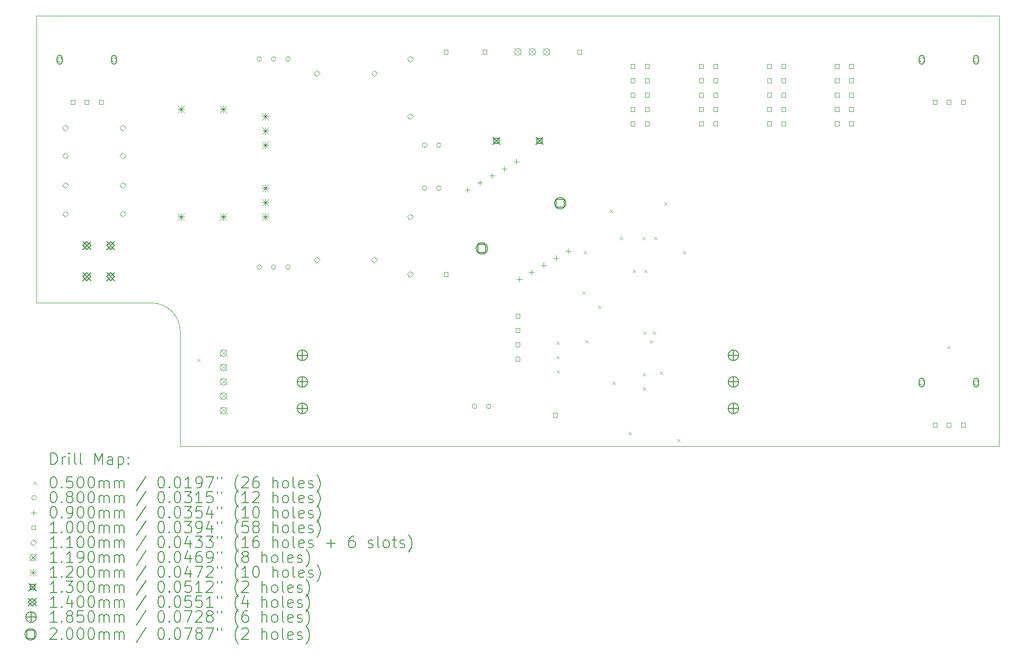
<source format=gbr>
%FSLAX45Y45*%
G04 Gerber Fmt 4.5, Leading zero omitted, Abs format (unit mm)*
G04 Created by KiCad (PCBNEW 6.0.5+dfsg-1~bpo11+1) date 2023-04-15 13:36:49*
%MOMM*%
%LPD*%
G01*
G04 APERTURE LIST*
%TA.AperFunction,Profile*%
%ADD10C,0.100000*%
%TD*%
%ADD11C,0.200000*%
%ADD12C,0.050000*%
%ADD13C,0.080000*%
%ADD14C,0.090000*%
%ADD15C,0.100000*%
%ADD16C,0.110000*%
%ADD17C,0.119000*%
%ADD18C,0.120000*%
%ADD19C,0.130000*%
%ADD20C,0.140000*%
%ADD21C,0.185000*%
G04 APERTURE END LIST*
D10*
X23368000Y-13462000D02*
X8890000Y-13462000D01*
X6350000Y-5842000D02*
X23368000Y-5842000D01*
X6350000Y-10922000D02*
X6350000Y-5842000D01*
X8382000Y-10922000D02*
X6350000Y-10922000D01*
X8890000Y-13462000D02*
X8890000Y-11430000D01*
X8890000Y-11430000D02*
G75*
G03*
X8382000Y-10922000I-508000J0D01*
G01*
X23368000Y-5842000D02*
X23368000Y-13462000D01*
D11*
D12*
X9195200Y-11913000D02*
X9245200Y-11963000D01*
X9245200Y-11913000D02*
X9195200Y-11963000D01*
X15545200Y-11608200D02*
X15595200Y-11658200D01*
X15595200Y-11608200D02*
X15545200Y-11658200D01*
X15545200Y-11862200D02*
X15595200Y-11912200D01*
X15595200Y-11862200D02*
X15545200Y-11912200D01*
X15545200Y-12116200D02*
X15595200Y-12166200D01*
X15595200Y-12116200D02*
X15545200Y-12166200D01*
X16002400Y-10719200D02*
X16052400Y-10769200D01*
X16052400Y-10719200D02*
X16002400Y-10769200D01*
X16027800Y-10008000D02*
X16077800Y-10058000D01*
X16077800Y-10008000D02*
X16027800Y-10058000D01*
X16053200Y-11582800D02*
X16103200Y-11632800D01*
X16103200Y-11582800D02*
X16053200Y-11632800D01*
X16281800Y-10973200D02*
X16331800Y-11023200D01*
X16331800Y-10973200D02*
X16281800Y-11023200D01*
X16485000Y-9271400D02*
X16535000Y-9321400D01*
X16535000Y-9271400D02*
X16485000Y-9321400D01*
X16535800Y-12319400D02*
X16585800Y-12369400D01*
X16585800Y-12319400D02*
X16535800Y-12369400D01*
X16662800Y-9754000D02*
X16712800Y-9804000D01*
X16712800Y-9754000D02*
X16662800Y-9804000D01*
X16815200Y-13208400D02*
X16865200Y-13258400D01*
X16865200Y-13208400D02*
X16815200Y-13258400D01*
X16891400Y-10338200D02*
X16941400Y-10388200D01*
X16941400Y-10338200D02*
X16891400Y-10388200D01*
X17056500Y-9754000D02*
X17106500Y-9804000D01*
X17106500Y-9754000D02*
X17056500Y-9804000D01*
X17069200Y-12167000D02*
X17119200Y-12217000D01*
X17119200Y-12167000D02*
X17069200Y-12217000D01*
X17069200Y-12421000D02*
X17119200Y-12471000D01*
X17119200Y-12421000D02*
X17069200Y-12471000D01*
X17072802Y-11428102D02*
X17122802Y-11478102D01*
X17122802Y-11428102D02*
X17072802Y-11478102D01*
X17094600Y-10338200D02*
X17144600Y-10388200D01*
X17144600Y-10338200D02*
X17094600Y-10388200D01*
X17196200Y-11582800D02*
X17246200Y-11632800D01*
X17246200Y-11582800D02*
X17196200Y-11632800D01*
X17247000Y-11430400D02*
X17297000Y-11480400D01*
X17297000Y-11430400D02*
X17247000Y-11480400D01*
X17272400Y-9754000D02*
X17322400Y-9804000D01*
X17322400Y-9754000D02*
X17272400Y-9804000D01*
X17374000Y-12141600D02*
X17424000Y-12191600D01*
X17424000Y-12141600D02*
X17374000Y-12191600D01*
X17450200Y-9144400D02*
X17500200Y-9194400D01*
X17500200Y-9144400D02*
X17450200Y-9194400D01*
X17678800Y-13335400D02*
X17728800Y-13385400D01*
X17728800Y-13335400D02*
X17678800Y-13385400D01*
X17780400Y-10008000D02*
X17830400Y-10058000D01*
X17830400Y-10008000D02*
X17780400Y-10058000D01*
X22454000Y-11684400D02*
X22504000Y-11734400D01*
X22504000Y-11684400D02*
X22454000Y-11734400D01*
D13*
X10326000Y-10287000D02*
G75*
G03*
X10326000Y-10287000I-40000J0D01*
G01*
X10327000Y-6604000D02*
G75*
G03*
X10327000Y-6604000I-40000J0D01*
G01*
X10580000Y-10287000D02*
G75*
G03*
X10580000Y-10287000I-40000J0D01*
G01*
X10581000Y-6604000D02*
G75*
G03*
X10581000Y-6604000I-40000J0D01*
G01*
X10834000Y-10287000D02*
G75*
G03*
X10834000Y-10287000I-40000J0D01*
G01*
X10835000Y-6604000D02*
G75*
G03*
X10835000Y-6604000I-40000J0D01*
G01*
X13252000Y-8128000D02*
G75*
G03*
X13252000Y-8128000I-40000J0D01*
G01*
X13252000Y-8890000D02*
G75*
G03*
X13252000Y-8890000I-40000J0D01*
G01*
X13502000Y-8128000D02*
G75*
G03*
X13502000Y-8128000I-40000J0D01*
G01*
X13502000Y-8890000D02*
G75*
G03*
X13502000Y-8890000I-40000J0D01*
G01*
X14133150Y-12750800D02*
G75*
G03*
X14133150Y-12750800I-40000J0D01*
G01*
X14383150Y-12750800D02*
G75*
G03*
X14383150Y-12750800I-40000J0D01*
G01*
D14*
X13968487Y-8874087D02*
X13968487Y-8964087D01*
X13923487Y-8919087D02*
X14013487Y-8919087D01*
X14184994Y-8749087D02*
X14184994Y-8839087D01*
X14139994Y-8794087D02*
X14229994Y-8794087D01*
X14401500Y-8624087D02*
X14401500Y-8714087D01*
X14356500Y-8669087D02*
X14446500Y-8669087D01*
X14618006Y-8499087D02*
X14618006Y-8589087D01*
X14573006Y-8544087D02*
X14663006Y-8544087D01*
X14834513Y-8374087D02*
X14834513Y-8464087D01*
X14789513Y-8419087D02*
X14879513Y-8419087D01*
X14883487Y-10458913D02*
X14883487Y-10548913D01*
X14838487Y-10503913D02*
X14928487Y-10503913D01*
X15099994Y-10333913D02*
X15099994Y-10423913D01*
X15054994Y-10378913D02*
X15144994Y-10378913D01*
X15316500Y-10208913D02*
X15316500Y-10298913D01*
X15271500Y-10253913D02*
X15361500Y-10253913D01*
X15533006Y-10083913D02*
X15533006Y-10173913D01*
X15488006Y-10128913D02*
X15578006Y-10128913D01*
X15749513Y-9958913D02*
X15749513Y-10048913D01*
X15704513Y-10003913D02*
X15794513Y-10003913D01*
D15*
X7024356Y-7401356D02*
X7024356Y-7330644D01*
X6953644Y-7330644D01*
X6953644Y-7401356D01*
X7024356Y-7401356D01*
X7274356Y-7401356D02*
X7274356Y-7330644D01*
X7203644Y-7330644D01*
X7203644Y-7401356D01*
X7274356Y-7401356D01*
X7524356Y-7401356D02*
X7524356Y-7330644D01*
X7453644Y-7330644D01*
X7453644Y-7401356D01*
X7524356Y-7401356D01*
X13624356Y-6512356D02*
X13624356Y-6441644D01*
X13553644Y-6441644D01*
X13553644Y-6512356D01*
X13624356Y-6512356D01*
X13624356Y-10449356D02*
X13624356Y-10378644D01*
X13553644Y-10378644D01*
X13553644Y-10449356D01*
X13624356Y-10449356D01*
X14310156Y-6512356D02*
X14310156Y-6441644D01*
X14239444Y-6441644D01*
X14239444Y-6512356D01*
X14310156Y-6512356D01*
X14894356Y-11185956D02*
X14894356Y-11115244D01*
X14823644Y-11115244D01*
X14823644Y-11185956D01*
X14894356Y-11185956D01*
X14894356Y-11439956D02*
X14894356Y-11369244D01*
X14823644Y-11369244D01*
X14823644Y-11439956D01*
X14894356Y-11439956D01*
X14894356Y-11693956D02*
X14894356Y-11623244D01*
X14823644Y-11623244D01*
X14823644Y-11693956D01*
X14894356Y-11693956D01*
X14894356Y-11947956D02*
X14894356Y-11877244D01*
X14823644Y-11877244D01*
X14823644Y-11947956D01*
X14894356Y-11947956D01*
X15554756Y-12938556D02*
X15554756Y-12867844D01*
X15484044Y-12867844D01*
X15484044Y-12938556D01*
X15554756Y-12938556D01*
X15986556Y-6512356D02*
X15986556Y-6441644D01*
X15915844Y-6441644D01*
X15915844Y-6512356D01*
X15986556Y-6512356D01*
X16926356Y-6766356D02*
X16926356Y-6695644D01*
X16855644Y-6695644D01*
X16855644Y-6766356D01*
X16926356Y-6766356D01*
X16926356Y-7020356D02*
X16926356Y-6949644D01*
X16855644Y-6949644D01*
X16855644Y-7020356D01*
X16926356Y-7020356D01*
X16926356Y-7274356D02*
X16926356Y-7203644D01*
X16855644Y-7203644D01*
X16855644Y-7274356D01*
X16926356Y-7274356D01*
X16926356Y-7528356D02*
X16926356Y-7457644D01*
X16855644Y-7457644D01*
X16855644Y-7528356D01*
X16926356Y-7528356D01*
X16926356Y-7782356D02*
X16926356Y-7711644D01*
X16855644Y-7711644D01*
X16855644Y-7782356D01*
X16926356Y-7782356D01*
X17180356Y-6766356D02*
X17180356Y-6695644D01*
X17109644Y-6695644D01*
X17109644Y-6766356D01*
X17180356Y-6766356D01*
X17180356Y-7020356D02*
X17180356Y-6949644D01*
X17109644Y-6949644D01*
X17109644Y-7020356D01*
X17180356Y-7020356D01*
X17180356Y-7274356D02*
X17180356Y-7203644D01*
X17109644Y-7203644D01*
X17109644Y-7274356D01*
X17180356Y-7274356D01*
X17180356Y-7528356D02*
X17180356Y-7457644D01*
X17109644Y-7457644D01*
X17109644Y-7528356D01*
X17180356Y-7528356D01*
X17180356Y-7782356D02*
X17180356Y-7711644D01*
X17109644Y-7711644D01*
X17109644Y-7782356D01*
X17180356Y-7782356D01*
X18132856Y-6766356D02*
X18132856Y-6695644D01*
X18062144Y-6695644D01*
X18062144Y-6766356D01*
X18132856Y-6766356D01*
X18132856Y-7020356D02*
X18132856Y-6949644D01*
X18062144Y-6949644D01*
X18062144Y-7020356D01*
X18132856Y-7020356D01*
X18132856Y-7274356D02*
X18132856Y-7203644D01*
X18062144Y-7203644D01*
X18062144Y-7274356D01*
X18132856Y-7274356D01*
X18132856Y-7528356D02*
X18132856Y-7457644D01*
X18062144Y-7457644D01*
X18062144Y-7528356D01*
X18132856Y-7528356D01*
X18132856Y-7782356D02*
X18132856Y-7711644D01*
X18062144Y-7711644D01*
X18062144Y-7782356D01*
X18132856Y-7782356D01*
X18386856Y-6766356D02*
X18386856Y-6695644D01*
X18316144Y-6695644D01*
X18316144Y-6766356D01*
X18386856Y-6766356D01*
X18386856Y-7020356D02*
X18386856Y-6949644D01*
X18316144Y-6949644D01*
X18316144Y-7020356D01*
X18386856Y-7020356D01*
X18386856Y-7274356D02*
X18386856Y-7203644D01*
X18316144Y-7203644D01*
X18316144Y-7274356D01*
X18386856Y-7274356D01*
X18386856Y-7528356D02*
X18386856Y-7457644D01*
X18316144Y-7457644D01*
X18316144Y-7528356D01*
X18386856Y-7528356D01*
X18386856Y-7782356D02*
X18386856Y-7711644D01*
X18316144Y-7711644D01*
X18316144Y-7782356D01*
X18386856Y-7782356D01*
X19339356Y-6766356D02*
X19339356Y-6695644D01*
X19268644Y-6695644D01*
X19268644Y-6766356D01*
X19339356Y-6766356D01*
X19339356Y-7020356D02*
X19339356Y-6949644D01*
X19268644Y-6949644D01*
X19268644Y-7020356D01*
X19339356Y-7020356D01*
X19339356Y-7274356D02*
X19339356Y-7203644D01*
X19268644Y-7203644D01*
X19268644Y-7274356D01*
X19339356Y-7274356D01*
X19339356Y-7528356D02*
X19339356Y-7457644D01*
X19268644Y-7457644D01*
X19268644Y-7528356D01*
X19339356Y-7528356D01*
X19339356Y-7782356D02*
X19339356Y-7711644D01*
X19268644Y-7711644D01*
X19268644Y-7782356D01*
X19339356Y-7782356D01*
X19593356Y-6766356D02*
X19593356Y-6695644D01*
X19522644Y-6695644D01*
X19522644Y-6766356D01*
X19593356Y-6766356D01*
X19593356Y-7020356D02*
X19593356Y-6949644D01*
X19522644Y-6949644D01*
X19522644Y-7020356D01*
X19593356Y-7020356D01*
X19593356Y-7274356D02*
X19593356Y-7203644D01*
X19522644Y-7203644D01*
X19522644Y-7274356D01*
X19593356Y-7274356D01*
X19593356Y-7528356D02*
X19593356Y-7457644D01*
X19522644Y-7457644D01*
X19522644Y-7528356D01*
X19593356Y-7528356D01*
X19593356Y-7782356D02*
X19593356Y-7711644D01*
X19522644Y-7711644D01*
X19522644Y-7782356D01*
X19593356Y-7782356D01*
X20534106Y-6766356D02*
X20534106Y-6695644D01*
X20463394Y-6695644D01*
X20463394Y-6766356D01*
X20534106Y-6766356D01*
X20534106Y-7020356D02*
X20534106Y-6949644D01*
X20463394Y-6949644D01*
X20463394Y-7020356D01*
X20534106Y-7020356D01*
X20534106Y-7274356D02*
X20534106Y-7203644D01*
X20463394Y-7203644D01*
X20463394Y-7274356D01*
X20534106Y-7274356D01*
X20534106Y-7528356D02*
X20534106Y-7457644D01*
X20463394Y-7457644D01*
X20463394Y-7528356D01*
X20534106Y-7528356D01*
X20534106Y-7782356D02*
X20534106Y-7711644D01*
X20463394Y-7711644D01*
X20463394Y-7782356D01*
X20534106Y-7782356D01*
X20788106Y-6766356D02*
X20788106Y-6695644D01*
X20717394Y-6695644D01*
X20717394Y-6766356D01*
X20788106Y-6766356D01*
X20788106Y-7020356D02*
X20788106Y-6949644D01*
X20717394Y-6949644D01*
X20717394Y-7020356D01*
X20788106Y-7020356D01*
X20788106Y-7274356D02*
X20788106Y-7203644D01*
X20717394Y-7203644D01*
X20717394Y-7274356D01*
X20788106Y-7274356D01*
X20788106Y-7528356D02*
X20788106Y-7457644D01*
X20717394Y-7457644D01*
X20717394Y-7528356D01*
X20788106Y-7528356D01*
X20788106Y-7782356D02*
X20788106Y-7711644D01*
X20717394Y-7711644D01*
X20717394Y-7782356D01*
X20788106Y-7782356D01*
X22264356Y-7401356D02*
X22264356Y-7330644D01*
X22193644Y-7330644D01*
X22193644Y-7401356D01*
X22264356Y-7401356D01*
X22264356Y-13116356D02*
X22264356Y-13045644D01*
X22193644Y-13045644D01*
X22193644Y-13116356D01*
X22264356Y-13116356D01*
X22514356Y-7401356D02*
X22514356Y-7330644D01*
X22443644Y-7330644D01*
X22443644Y-7401356D01*
X22514356Y-7401356D01*
X22514356Y-13116356D02*
X22514356Y-13045644D01*
X22443644Y-13045644D01*
X22443644Y-13116356D01*
X22514356Y-13116356D01*
X22764356Y-7401356D02*
X22764356Y-7330644D01*
X22693644Y-7330644D01*
X22693644Y-7401356D01*
X22764356Y-7401356D01*
X22764356Y-13116356D02*
X22764356Y-13045644D01*
X22693644Y-13045644D01*
X22693644Y-13116356D01*
X22764356Y-13116356D01*
D16*
X6759000Y-6671000D02*
X6814000Y-6616000D01*
X6759000Y-6561000D01*
X6704000Y-6616000D01*
X6759000Y-6671000D01*
D11*
X6804000Y-6651000D02*
X6804000Y-6581000D01*
X6714000Y-6651000D02*
X6714000Y-6581000D01*
X6804000Y-6581000D02*
G75*
G03*
X6714000Y-6581000I-45000J0D01*
G01*
X6714000Y-6651000D02*
G75*
G03*
X6804000Y-6651000I45000J0D01*
G01*
D16*
X6858000Y-7878200D02*
X6913000Y-7823200D01*
X6858000Y-7768200D01*
X6803000Y-7823200D01*
X6858000Y-7878200D01*
X6858000Y-8373500D02*
X6913000Y-8318500D01*
X6858000Y-8263500D01*
X6803000Y-8318500D01*
X6858000Y-8373500D01*
X6858000Y-8894200D02*
X6913000Y-8839200D01*
X6858000Y-8784200D01*
X6803000Y-8839200D01*
X6858000Y-8894200D01*
X6858000Y-9402200D02*
X6913000Y-9347200D01*
X6858000Y-9292200D01*
X6803000Y-9347200D01*
X6858000Y-9402200D01*
X7719000Y-6671000D02*
X7774000Y-6616000D01*
X7719000Y-6561000D01*
X7664000Y-6616000D01*
X7719000Y-6671000D01*
D11*
X7764000Y-6651000D02*
X7764000Y-6581000D01*
X7674000Y-6651000D02*
X7674000Y-6581000D01*
X7764000Y-6581000D02*
G75*
G03*
X7674000Y-6581000I-45000J0D01*
G01*
X7674000Y-6651000D02*
G75*
G03*
X7764000Y-6651000I45000J0D01*
G01*
D16*
X7874000Y-7878200D02*
X7929000Y-7823200D01*
X7874000Y-7768200D01*
X7819000Y-7823200D01*
X7874000Y-7878200D01*
X7874000Y-8373500D02*
X7929000Y-8318500D01*
X7874000Y-8263500D01*
X7819000Y-8318500D01*
X7874000Y-8373500D01*
X7874000Y-8894200D02*
X7929000Y-8839200D01*
X7874000Y-8784200D01*
X7819000Y-8839200D01*
X7874000Y-8894200D01*
X7874000Y-9402200D02*
X7929000Y-9347200D01*
X7874000Y-9292200D01*
X7819000Y-9347200D01*
X7874000Y-9402200D01*
X11303000Y-6913000D02*
X11358000Y-6858000D01*
X11303000Y-6803000D01*
X11248000Y-6858000D01*
X11303000Y-6913000D01*
X11303000Y-10215000D02*
X11358000Y-10160000D01*
X11303000Y-10105000D01*
X11248000Y-10160000D01*
X11303000Y-10215000D01*
X12319000Y-6913000D02*
X12374000Y-6858000D01*
X12319000Y-6803000D01*
X12264000Y-6858000D01*
X12319000Y-6913000D01*
X12319000Y-10215000D02*
X12374000Y-10160000D01*
X12319000Y-10105000D01*
X12264000Y-10160000D01*
X12319000Y-10215000D01*
X12954000Y-6659000D02*
X13009000Y-6604000D01*
X12954000Y-6549000D01*
X12899000Y-6604000D01*
X12954000Y-6659000D01*
X12954000Y-7675000D02*
X13009000Y-7620000D01*
X12954000Y-7565000D01*
X12899000Y-7620000D01*
X12954000Y-7675000D01*
X12954000Y-9453000D02*
X13009000Y-9398000D01*
X12954000Y-9343000D01*
X12899000Y-9398000D01*
X12954000Y-9453000D01*
X12954000Y-10469000D02*
X13009000Y-10414000D01*
X12954000Y-10359000D01*
X12899000Y-10414000D01*
X12954000Y-10469000D01*
X21999000Y-6671000D02*
X22054000Y-6616000D01*
X21999000Y-6561000D01*
X21944000Y-6616000D01*
X21999000Y-6671000D01*
D11*
X22044000Y-6651000D02*
X22044000Y-6581000D01*
X21954000Y-6651000D02*
X21954000Y-6581000D01*
X22044000Y-6581000D02*
G75*
G03*
X21954000Y-6581000I-45000J0D01*
G01*
X21954000Y-6651000D02*
G75*
G03*
X22044000Y-6651000I45000J0D01*
G01*
D16*
X21999000Y-12386000D02*
X22054000Y-12331000D01*
X21999000Y-12276000D01*
X21944000Y-12331000D01*
X21999000Y-12386000D01*
D11*
X22044000Y-12366000D02*
X22044000Y-12296000D01*
X21954000Y-12366000D02*
X21954000Y-12296000D01*
X22044000Y-12296000D02*
G75*
G03*
X21954000Y-12296000I-45000J0D01*
G01*
X21954000Y-12366000D02*
G75*
G03*
X22044000Y-12366000I45000J0D01*
G01*
D16*
X22959000Y-6671000D02*
X23014000Y-6616000D01*
X22959000Y-6561000D01*
X22904000Y-6616000D01*
X22959000Y-6671000D01*
D11*
X23004000Y-6651000D02*
X23004000Y-6581000D01*
X22914000Y-6651000D02*
X22914000Y-6581000D01*
X23004000Y-6581000D02*
G75*
G03*
X22914000Y-6581000I-45000J0D01*
G01*
X22914000Y-6651000D02*
G75*
G03*
X23004000Y-6651000I45000J0D01*
G01*
D16*
X22959000Y-12386000D02*
X23014000Y-12331000D01*
X22959000Y-12276000D01*
X22904000Y-12331000D01*
X22959000Y-12386000D01*
D11*
X23004000Y-12366000D02*
X23004000Y-12296000D01*
X22914000Y-12366000D02*
X22914000Y-12296000D01*
X23004000Y-12296000D02*
G75*
G03*
X22914000Y-12296000I-45000J0D01*
G01*
X22914000Y-12366000D02*
G75*
G03*
X23004000Y-12366000I45000J0D01*
G01*
D17*
X9594500Y-11751500D02*
X9713500Y-11870500D01*
X9713500Y-11751500D02*
X9594500Y-11870500D01*
X9713500Y-11811000D02*
G75*
G03*
X9713500Y-11811000I-59500J0D01*
G01*
X9594500Y-12005500D02*
X9713500Y-12124500D01*
X9713500Y-12005500D02*
X9594500Y-12124500D01*
X9713500Y-12065000D02*
G75*
G03*
X9713500Y-12065000I-59500J0D01*
G01*
X9594500Y-12259500D02*
X9713500Y-12378500D01*
X9713500Y-12259500D02*
X9594500Y-12378500D01*
X9713500Y-12319000D02*
G75*
G03*
X9713500Y-12319000I-59500J0D01*
G01*
X9594500Y-12513500D02*
X9713500Y-12632500D01*
X9713500Y-12513500D02*
X9594500Y-12632500D01*
X9713500Y-12573000D02*
G75*
G03*
X9713500Y-12573000I-59500J0D01*
G01*
X9594500Y-12767500D02*
X9713500Y-12886500D01*
X9713500Y-12767500D02*
X9594500Y-12886500D01*
X9713500Y-12827000D02*
G75*
G03*
X9713500Y-12827000I-59500J0D01*
G01*
X14799500Y-6417500D02*
X14918500Y-6536500D01*
X14918500Y-6417500D02*
X14799500Y-6536500D01*
X14918500Y-6477000D02*
G75*
G03*
X14918500Y-6477000I-59500J0D01*
G01*
X15053500Y-6417500D02*
X15172500Y-6536500D01*
X15172500Y-6417500D02*
X15053500Y-6536500D01*
X15172500Y-6477000D02*
G75*
G03*
X15172500Y-6477000I-59500J0D01*
G01*
X15307500Y-6417500D02*
X15426500Y-6536500D01*
X15426500Y-6417500D02*
X15307500Y-6536500D01*
X15426500Y-6477000D02*
G75*
G03*
X15426500Y-6477000I-59500J0D01*
G01*
D18*
X8842000Y-7433000D02*
X8962000Y-7553000D01*
X8962000Y-7433000D02*
X8842000Y-7553000D01*
X8902000Y-7433000D02*
X8902000Y-7553000D01*
X8842000Y-7493000D02*
X8962000Y-7493000D01*
X8842000Y-9338000D02*
X8962000Y-9458000D01*
X8962000Y-9338000D02*
X8842000Y-9458000D01*
X8902000Y-9338000D02*
X8902000Y-9458000D01*
X8842000Y-9398000D02*
X8962000Y-9398000D01*
X9592000Y-7433000D02*
X9712000Y-7553000D01*
X9712000Y-7433000D02*
X9592000Y-7553000D01*
X9652000Y-7433000D02*
X9652000Y-7553000D01*
X9592000Y-7493000D02*
X9712000Y-7493000D01*
X9592000Y-9338000D02*
X9712000Y-9458000D01*
X9712000Y-9338000D02*
X9592000Y-9458000D01*
X9652000Y-9338000D02*
X9652000Y-9458000D01*
X9592000Y-9398000D02*
X9712000Y-9398000D01*
X10338000Y-7560000D02*
X10458000Y-7680000D01*
X10458000Y-7560000D02*
X10338000Y-7680000D01*
X10398000Y-7560000D02*
X10398000Y-7680000D01*
X10338000Y-7620000D02*
X10458000Y-7620000D01*
X10338000Y-7814000D02*
X10458000Y-7934000D01*
X10458000Y-7814000D02*
X10338000Y-7934000D01*
X10398000Y-7814000D02*
X10398000Y-7934000D01*
X10338000Y-7874000D02*
X10458000Y-7874000D01*
X10338000Y-8068000D02*
X10458000Y-8188000D01*
X10458000Y-8068000D02*
X10338000Y-8188000D01*
X10398000Y-8068000D02*
X10398000Y-8188000D01*
X10338000Y-8128000D02*
X10458000Y-8128000D01*
X10338000Y-8830000D02*
X10458000Y-8950000D01*
X10458000Y-8830000D02*
X10338000Y-8950000D01*
X10398000Y-8830000D02*
X10398000Y-8950000D01*
X10338000Y-8890000D02*
X10458000Y-8890000D01*
X10338000Y-9084000D02*
X10458000Y-9204000D01*
X10458000Y-9084000D02*
X10338000Y-9204000D01*
X10398000Y-9084000D02*
X10398000Y-9204000D01*
X10338000Y-9144000D02*
X10458000Y-9144000D01*
X10338000Y-9338000D02*
X10458000Y-9458000D01*
X10458000Y-9338000D02*
X10338000Y-9458000D01*
X10398000Y-9338000D02*
X10398000Y-9458000D01*
X10338000Y-9398000D02*
X10458000Y-9398000D01*
D19*
X14413000Y-7986800D02*
X14543000Y-8116800D01*
X14543000Y-7986800D02*
X14413000Y-8116800D01*
X14523962Y-8097762D02*
X14523962Y-8005838D01*
X14432038Y-8005838D01*
X14432038Y-8097762D01*
X14523962Y-8097762D01*
X15175000Y-7986800D02*
X15305000Y-8116800D01*
X15305000Y-7986800D02*
X15175000Y-8116800D01*
X15285962Y-8097762D02*
X15285962Y-8005838D01*
X15194038Y-8005838D01*
X15194038Y-8097762D01*
X15285962Y-8097762D01*
D20*
X7169000Y-9836000D02*
X7309000Y-9976000D01*
X7309000Y-9836000D02*
X7169000Y-9976000D01*
X7239000Y-9976000D02*
X7309000Y-9906000D01*
X7239000Y-9836000D01*
X7169000Y-9906000D01*
X7239000Y-9976000D01*
X7169000Y-10386000D02*
X7309000Y-10526000D01*
X7309000Y-10386000D02*
X7169000Y-10526000D01*
X7239000Y-10526000D02*
X7309000Y-10456000D01*
X7239000Y-10386000D01*
X7169000Y-10456000D01*
X7239000Y-10526000D01*
X7589000Y-9836000D02*
X7729000Y-9976000D01*
X7729000Y-9836000D02*
X7589000Y-9976000D01*
X7659000Y-9976000D02*
X7729000Y-9906000D01*
X7659000Y-9836000D01*
X7589000Y-9906000D01*
X7659000Y-9976000D01*
X7589000Y-10386000D02*
X7729000Y-10526000D01*
X7729000Y-10386000D02*
X7589000Y-10526000D01*
X7659000Y-10526000D02*
X7729000Y-10456000D01*
X7659000Y-10386000D01*
X7589000Y-10456000D01*
X7659000Y-10526000D01*
D21*
X11049000Y-11756500D02*
X11049000Y-11941500D01*
X10956500Y-11849000D02*
X11141500Y-11849000D01*
X11141500Y-11849000D02*
G75*
G03*
X11141500Y-11849000I-92500J0D01*
G01*
X11049000Y-12226500D02*
X11049000Y-12411500D01*
X10956500Y-12319000D02*
X11141500Y-12319000D01*
X11141500Y-12319000D02*
G75*
G03*
X11141500Y-12319000I-92500J0D01*
G01*
X11049000Y-12696500D02*
X11049000Y-12881500D01*
X10956500Y-12789000D02*
X11141500Y-12789000D01*
X11141500Y-12789000D02*
G75*
G03*
X11141500Y-12789000I-92500J0D01*
G01*
X18669000Y-11756500D02*
X18669000Y-11941500D01*
X18576500Y-11849000D02*
X18761500Y-11849000D01*
X18761500Y-11849000D02*
G75*
G03*
X18761500Y-11849000I-92500J0D01*
G01*
X18669000Y-12226500D02*
X18669000Y-12411500D01*
X18576500Y-12319000D02*
X18761500Y-12319000D01*
X18761500Y-12319000D02*
G75*
G03*
X18761500Y-12319000I-92500J0D01*
G01*
X18669000Y-12696500D02*
X18669000Y-12881500D01*
X18576500Y-12789000D02*
X18761500Y-12789000D01*
X18761500Y-12789000D02*
G75*
G03*
X18761500Y-12789000I-92500J0D01*
G01*
D11*
X14291891Y-10027474D02*
X14291891Y-9886051D01*
X14150468Y-9886051D01*
X14150468Y-10027474D01*
X14291891Y-10027474D01*
X14321180Y-9956763D02*
G75*
G03*
X14321180Y-9956763I-100000J0D01*
G01*
X15677532Y-9227474D02*
X15677532Y-9086051D01*
X15536109Y-9086051D01*
X15536109Y-9227474D01*
X15677532Y-9227474D01*
X15706820Y-9156763D02*
G75*
G03*
X15706820Y-9156763I-100000J0D01*
G01*
X6602619Y-13777476D02*
X6602619Y-13577476D01*
X6650238Y-13577476D01*
X6678809Y-13587000D01*
X6697857Y-13606048D01*
X6707381Y-13625095D01*
X6716905Y-13663190D01*
X6716905Y-13691762D01*
X6707381Y-13729857D01*
X6697857Y-13748905D01*
X6678809Y-13767952D01*
X6650238Y-13777476D01*
X6602619Y-13777476D01*
X6802619Y-13777476D02*
X6802619Y-13644143D01*
X6802619Y-13682238D02*
X6812143Y-13663190D01*
X6821667Y-13653667D01*
X6840714Y-13644143D01*
X6859762Y-13644143D01*
X6926428Y-13777476D02*
X6926428Y-13644143D01*
X6926428Y-13577476D02*
X6916905Y-13587000D01*
X6926428Y-13596524D01*
X6935952Y-13587000D01*
X6926428Y-13577476D01*
X6926428Y-13596524D01*
X7050238Y-13777476D02*
X7031190Y-13767952D01*
X7021667Y-13748905D01*
X7021667Y-13577476D01*
X7155000Y-13777476D02*
X7135952Y-13767952D01*
X7126428Y-13748905D01*
X7126428Y-13577476D01*
X7383571Y-13777476D02*
X7383571Y-13577476D01*
X7450238Y-13720333D01*
X7516905Y-13577476D01*
X7516905Y-13777476D01*
X7697857Y-13777476D02*
X7697857Y-13672714D01*
X7688333Y-13653667D01*
X7669286Y-13644143D01*
X7631190Y-13644143D01*
X7612143Y-13653667D01*
X7697857Y-13767952D02*
X7678809Y-13777476D01*
X7631190Y-13777476D01*
X7612143Y-13767952D01*
X7602619Y-13748905D01*
X7602619Y-13729857D01*
X7612143Y-13710809D01*
X7631190Y-13701286D01*
X7678809Y-13701286D01*
X7697857Y-13691762D01*
X7793095Y-13644143D02*
X7793095Y-13844143D01*
X7793095Y-13653667D02*
X7812143Y-13644143D01*
X7850238Y-13644143D01*
X7869286Y-13653667D01*
X7878809Y-13663190D01*
X7888333Y-13682238D01*
X7888333Y-13739381D01*
X7878809Y-13758428D01*
X7869286Y-13767952D01*
X7850238Y-13777476D01*
X7812143Y-13777476D01*
X7793095Y-13767952D01*
X7974048Y-13758428D02*
X7983571Y-13767952D01*
X7974048Y-13777476D01*
X7964524Y-13767952D01*
X7974048Y-13758428D01*
X7974048Y-13777476D01*
X7974048Y-13653667D02*
X7983571Y-13663190D01*
X7974048Y-13672714D01*
X7964524Y-13663190D01*
X7974048Y-13653667D01*
X7974048Y-13672714D01*
D12*
X6295000Y-14082000D02*
X6345000Y-14132000D01*
X6345000Y-14082000D02*
X6295000Y-14132000D01*
D11*
X6640714Y-13997476D02*
X6659762Y-13997476D01*
X6678809Y-14007000D01*
X6688333Y-14016524D01*
X6697857Y-14035571D01*
X6707381Y-14073667D01*
X6707381Y-14121286D01*
X6697857Y-14159381D01*
X6688333Y-14178428D01*
X6678809Y-14187952D01*
X6659762Y-14197476D01*
X6640714Y-14197476D01*
X6621667Y-14187952D01*
X6612143Y-14178428D01*
X6602619Y-14159381D01*
X6593095Y-14121286D01*
X6593095Y-14073667D01*
X6602619Y-14035571D01*
X6612143Y-14016524D01*
X6621667Y-14007000D01*
X6640714Y-13997476D01*
X6793095Y-14178428D02*
X6802619Y-14187952D01*
X6793095Y-14197476D01*
X6783571Y-14187952D01*
X6793095Y-14178428D01*
X6793095Y-14197476D01*
X6983571Y-13997476D02*
X6888333Y-13997476D01*
X6878809Y-14092714D01*
X6888333Y-14083190D01*
X6907381Y-14073667D01*
X6955000Y-14073667D01*
X6974048Y-14083190D01*
X6983571Y-14092714D01*
X6993095Y-14111762D01*
X6993095Y-14159381D01*
X6983571Y-14178428D01*
X6974048Y-14187952D01*
X6955000Y-14197476D01*
X6907381Y-14197476D01*
X6888333Y-14187952D01*
X6878809Y-14178428D01*
X7116905Y-13997476D02*
X7135952Y-13997476D01*
X7155000Y-14007000D01*
X7164524Y-14016524D01*
X7174048Y-14035571D01*
X7183571Y-14073667D01*
X7183571Y-14121286D01*
X7174048Y-14159381D01*
X7164524Y-14178428D01*
X7155000Y-14187952D01*
X7135952Y-14197476D01*
X7116905Y-14197476D01*
X7097857Y-14187952D01*
X7088333Y-14178428D01*
X7078809Y-14159381D01*
X7069286Y-14121286D01*
X7069286Y-14073667D01*
X7078809Y-14035571D01*
X7088333Y-14016524D01*
X7097857Y-14007000D01*
X7116905Y-13997476D01*
X7307381Y-13997476D02*
X7326428Y-13997476D01*
X7345476Y-14007000D01*
X7355000Y-14016524D01*
X7364524Y-14035571D01*
X7374048Y-14073667D01*
X7374048Y-14121286D01*
X7364524Y-14159381D01*
X7355000Y-14178428D01*
X7345476Y-14187952D01*
X7326428Y-14197476D01*
X7307381Y-14197476D01*
X7288333Y-14187952D01*
X7278809Y-14178428D01*
X7269286Y-14159381D01*
X7259762Y-14121286D01*
X7259762Y-14073667D01*
X7269286Y-14035571D01*
X7278809Y-14016524D01*
X7288333Y-14007000D01*
X7307381Y-13997476D01*
X7459762Y-14197476D02*
X7459762Y-14064143D01*
X7459762Y-14083190D02*
X7469286Y-14073667D01*
X7488333Y-14064143D01*
X7516905Y-14064143D01*
X7535952Y-14073667D01*
X7545476Y-14092714D01*
X7545476Y-14197476D01*
X7545476Y-14092714D02*
X7555000Y-14073667D01*
X7574048Y-14064143D01*
X7602619Y-14064143D01*
X7621667Y-14073667D01*
X7631190Y-14092714D01*
X7631190Y-14197476D01*
X7726428Y-14197476D02*
X7726428Y-14064143D01*
X7726428Y-14083190D02*
X7735952Y-14073667D01*
X7755000Y-14064143D01*
X7783571Y-14064143D01*
X7802619Y-14073667D01*
X7812143Y-14092714D01*
X7812143Y-14197476D01*
X7812143Y-14092714D02*
X7821667Y-14073667D01*
X7840714Y-14064143D01*
X7869286Y-14064143D01*
X7888333Y-14073667D01*
X7897857Y-14092714D01*
X7897857Y-14197476D01*
X8288333Y-13987952D02*
X8116905Y-14245095D01*
X8545476Y-13997476D02*
X8564524Y-13997476D01*
X8583571Y-14007000D01*
X8593095Y-14016524D01*
X8602619Y-14035571D01*
X8612143Y-14073667D01*
X8612143Y-14121286D01*
X8602619Y-14159381D01*
X8593095Y-14178428D01*
X8583571Y-14187952D01*
X8564524Y-14197476D01*
X8545476Y-14197476D01*
X8526429Y-14187952D01*
X8516905Y-14178428D01*
X8507381Y-14159381D01*
X8497857Y-14121286D01*
X8497857Y-14073667D01*
X8507381Y-14035571D01*
X8516905Y-14016524D01*
X8526429Y-14007000D01*
X8545476Y-13997476D01*
X8697857Y-14178428D02*
X8707381Y-14187952D01*
X8697857Y-14197476D01*
X8688333Y-14187952D01*
X8697857Y-14178428D01*
X8697857Y-14197476D01*
X8831190Y-13997476D02*
X8850238Y-13997476D01*
X8869286Y-14007000D01*
X8878810Y-14016524D01*
X8888333Y-14035571D01*
X8897857Y-14073667D01*
X8897857Y-14121286D01*
X8888333Y-14159381D01*
X8878810Y-14178428D01*
X8869286Y-14187952D01*
X8850238Y-14197476D01*
X8831190Y-14197476D01*
X8812143Y-14187952D01*
X8802619Y-14178428D01*
X8793095Y-14159381D01*
X8783571Y-14121286D01*
X8783571Y-14073667D01*
X8793095Y-14035571D01*
X8802619Y-14016524D01*
X8812143Y-14007000D01*
X8831190Y-13997476D01*
X9088333Y-14197476D02*
X8974048Y-14197476D01*
X9031190Y-14197476D02*
X9031190Y-13997476D01*
X9012143Y-14026048D01*
X8993095Y-14045095D01*
X8974048Y-14054619D01*
X9183571Y-14197476D02*
X9221667Y-14197476D01*
X9240714Y-14187952D01*
X9250238Y-14178428D01*
X9269286Y-14149857D01*
X9278810Y-14111762D01*
X9278810Y-14035571D01*
X9269286Y-14016524D01*
X9259762Y-14007000D01*
X9240714Y-13997476D01*
X9202619Y-13997476D01*
X9183571Y-14007000D01*
X9174048Y-14016524D01*
X9164524Y-14035571D01*
X9164524Y-14083190D01*
X9174048Y-14102238D01*
X9183571Y-14111762D01*
X9202619Y-14121286D01*
X9240714Y-14121286D01*
X9259762Y-14111762D01*
X9269286Y-14102238D01*
X9278810Y-14083190D01*
X9345476Y-13997476D02*
X9478810Y-13997476D01*
X9393095Y-14197476D01*
X9545476Y-13997476D02*
X9545476Y-14035571D01*
X9621667Y-13997476D02*
X9621667Y-14035571D01*
X9916905Y-14273667D02*
X9907381Y-14264143D01*
X9888333Y-14235571D01*
X9878810Y-14216524D01*
X9869286Y-14187952D01*
X9859762Y-14140333D01*
X9859762Y-14102238D01*
X9869286Y-14054619D01*
X9878810Y-14026048D01*
X9888333Y-14007000D01*
X9907381Y-13978428D01*
X9916905Y-13968905D01*
X9983571Y-14016524D02*
X9993095Y-14007000D01*
X10012143Y-13997476D01*
X10059762Y-13997476D01*
X10078810Y-14007000D01*
X10088333Y-14016524D01*
X10097857Y-14035571D01*
X10097857Y-14054619D01*
X10088333Y-14083190D01*
X9974048Y-14197476D01*
X10097857Y-14197476D01*
X10269286Y-13997476D02*
X10231190Y-13997476D01*
X10212143Y-14007000D01*
X10202619Y-14016524D01*
X10183571Y-14045095D01*
X10174048Y-14083190D01*
X10174048Y-14159381D01*
X10183571Y-14178428D01*
X10193095Y-14187952D01*
X10212143Y-14197476D01*
X10250238Y-14197476D01*
X10269286Y-14187952D01*
X10278810Y-14178428D01*
X10288333Y-14159381D01*
X10288333Y-14111762D01*
X10278810Y-14092714D01*
X10269286Y-14083190D01*
X10250238Y-14073667D01*
X10212143Y-14073667D01*
X10193095Y-14083190D01*
X10183571Y-14092714D01*
X10174048Y-14111762D01*
X10526429Y-14197476D02*
X10526429Y-13997476D01*
X10612143Y-14197476D02*
X10612143Y-14092714D01*
X10602619Y-14073667D01*
X10583571Y-14064143D01*
X10555000Y-14064143D01*
X10535952Y-14073667D01*
X10526429Y-14083190D01*
X10735952Y-14197476D02*
X10716905Y-14187952D01*
X10707381Y-14178428D01*
X10697857Y-14159381D01*
X10697857Y-14102238D01*
X10707381Y-14083190D01*
X10716905Y-14073667D01*
X10735952Y-14064143D01*
X10764524Y-14064143D01*
X10783571Y-14073667D01*
X10793095Y-14083190D01*
X10802619Y-14102238D01*
X10802619Y-14159381D01*
X10793095Y-14178428D01*
X10783571Y-14187952D01*
X10764524Y-14197476D01*
X10735952Y-14197476D01*
X10916905Y-14197476D02*
X10897857Y-14187952D01*
X10888333Y-14168905D01*
X10888333Y-13997476D01*
X11069286Y-14187952D02*
X11050238Y-14197476D01*
X11012143Y-14197476D01*
X10993095Y-14187952D01*
X10983571Y-14168905D01*
X10983571Y-14092714D01*
X10993095Y-14073667D01*
X11012143Y-14064143D01*
X11050238Y-14064143D01*
X11069286Y-14073667D01*
X11078810Y-14092714D01*
X11078810Y-14111762D01*
X10983571Y-14130809D01*
X11155000Y-14187952D02*
X11174048Y-14197476D01*
X11212143Y-14197476D01*
X11231190Y-14187952D01*
X11240714Y-14168905D01*
X11240714Y-14159381D01*
X11231190Y-14140333D01*
X11212143Y-14130809D01*
X11183571Y-14130809D01*
X11164524Y-14121286D01*
X11155000Y-14102238D01*
X11155000Y-14092714D01*
X11164524Y-14073667D01*
X11183571Y-14064143D01*
X11212143Y-14064143D01*
X11231190Y-14073667D01*
X11307381Y-14273667D02*
X11316905Y-14264143D01*
X11335952Y-14235571D01*
X11345476Y-14216524D01*
X11355000Y-14187952D01*
X11364524Y-14140333D01*
X11364524Y-14102238D01*
X11355000Y-14054619D01*
X11345476Y-14026048D01*
X11335952Y-14007000D01*
X11316905Y-13978428D01*
X11307381Y-13968905D01*
D13*
X6345000Y-14371000D02*
G75*
G03*
X6345000Y-14371000I-40000J0D01*
G01*
D11*
X6640714Y-14261476D02*
X6659762Y-14261476D01*
X6678809Y-14271000D01*
X6688333Y-14280524D01*
X6697857Y-14299571D01*
X6707381Y-14337667D01*
X6707381Y-14385286D01*
X6697857Y-14423381D01*
X6688333Y-14442428D01*
X6678809Y-14451952D01*
X6659762Y-14461476D01*
X6640714Y-14461476D01*
X6621667Y-14451952D01*
X6612143Y-14442428D01*
X6602619Y-14423381D01*
X6593095Y-14385286D01*
X6593095Y-14337667D01*
X6602619Y-14299571D01*
X6612143Y-14280524D01*
X6621667Y-14271000D01*
X6640714Y-14261476D01*
X6793095Y-14442428D02*
X6802619Y-14451952D01*
X6793095Y-14461476D01*
X6783571Y-14451952D01*
X6793095Y-14442428D01*
X6793095Y-14461476D01*
X6916905Y-14347190D02*
X6897857Y-14337667D01*
X6888333Y-14328143D01*
X6878809Y-14309095D01*
X6878809Y-14299571D01*
X6888333Y-14280524D01*
X6897857Y-14271000D01*
X6916905Y-14261476D01*
X6955000Y-14261476D01*
X6974048Y-14271000D01*
X6983571Y-14280524D01*
X6993095Y-14299571D01*
X6993095Y-14309095D01*
X6983571Y-14328143D01*
X6974048Y-14337667D01*
X6955000Y-14347190D01*
X6916905Y-14347190D01*
X6897857Y-14356714D01*
X6888333Y-14366238D01*
X6878809Y-14385286D01*
X6878809Y-14423381D01*
X6888333Y-14442428D01*
X6897857Y-14451952D01*
X6916905Y-14461476D01*
X6955000Y-14461476D01*
X6974048Y-14451952D01*
X6983571Y-14442428D01*
X6993095Y-14423381D01*
X6993095Y-14385286D01*
X6983571Y-14366238D01*
X6974048Y-14356714D01*
X6955000Y-14347190D01*
X7116905Y-14261476D02*
X7135952Y-14261476D01*
X7155000Y-14271000D01*
X7164524Y-14280524D01*
X7174048Y-14299571D01*
X7183571Y-14337667D01*
X7183571Y-14385286D01*
X7174048Y-14423381D01*
X7164524Y-14442428D01*
X7155000Y-14451952D01*
X7135952Y-14461476D01*
X7116905Y-14461476D01*
X7097857Y-14451952D01*
X7088333Y-14442428D01*
X7078809Y-14423381D01*
X7069286Y-14385286D01*
X7069286Y-14337667D01*
X7078809Y-14299571D01*
X7088333Y-14280524D01*
X7097857Y-14271000D01*
X7116905Y-14261476D01*
X7307381Y-14261476D02*
X7326428Y-14261476D01*
X7345476Y-14271000D01*
X7355000Y-14280524D01*
X7364524Y-14299571D01*
X7374048Y-14337667D01*
X7374048Y-14385286D01*
X7364524Y-14423381D01*
X7355000Y-14442428D01*
X7345476Y-14451952D01*
X7326428Y-14461476D01*
X7307381Y-14461476D01*
X7288333Y-14451952D01*
X7278809Y-14442428D01*
X7269286Y-14423381D01*
X7259762Y-14385286D01*
X7259762Y-14337667D01*
X7269286Y-14299571D01*
X7278809Y-14280524D01*
X7288333Y-14271000D01*
X7307381Y-14261476D01*
X7459762Y-14461476D02*
X7459762Y-14328143D01*
X7459762Y-14347190D02*
X7469286Y-14337667D01*
X7488333Y-14328143D01*
X7516905Y-14328143D01*
X7535952Y-14337667D01*
X7545476Y-14356714D01*
X7545476Y-14461476D01*
X7545476Y-14356714D02*
X7555000Y-14337667D01*
X7574048Y-14328143D01*
X7602619Y-14328143D01*
X7621667Y-14337667D01*
X7631190Y-14356714D01*
X7631190Y-14461476D01*
X7726428Y-14461476D02*
X7726428Y-14328143D01*
X7726428Y-14347190D02*
X7735952Y-14337667D01*
X7755000Y-14328143D01*
X7783571Y-14328143D01*
X7802619Y-14337667D01*
X7812143Y-14356714D01*
X7812143Y-14461476D01*
X7812143Y-14356714D02*
X7821667Y-14337667D01*
X7840714Y-14328143D01*
X7869286Y-14328143D01*
X7888333Y-14337667D01*
X7897857Y-14356714D01*
X7897857Y-14461476D01*
X8288333Y-14251952D02*
X8116905Y-14509095D01*
X8545476Y-14261476D02*
X8564524Y-14261476D01*
X8583571Y-14271000D01*
X8593095Y-14280524D01*
X8602619Y-14299571D01*
X8612143Y-14337667D01*
X8612143Y-14385286D01*
X8602619Y-14423381D01*
X8593095Y-14442428D01*
X8583571Y-14451952D01*
X8564524Y-14461476D01*
X8545476Y-14461476D01*
X8526429Y-14451952D01*
X8516905Y-14442428D01*
X8507381Y-14423381D01*
X8497857Y-14385286D01*
X8497857Y-14337667D01*
X8507381Y-14299571D01*
X8516905Y-14280524D01*
X8526429Y-14271000D01*
X8545476Y-14261476D01*
X8697857Y-14442428D02*
X8707381Y-14451952D01*
X8697857Y-14461476D01*
X8688333Y-14451952D01*
X8697857Y-14442428D01*
X8697857Y-14461476D01*
X8831190Y-14261476D02*
X8850238Y-14261476D01*
X8869286Y-14271000D01*
X8878810Y-14280524D01*
X8888333Y-14299571D01*
X8897857Y-14337667D01*
X8897857Y-14385286D01*
X8888333Y-14423381D01*
X8878810Y-14442428D01*
X8869286Y-14451952D01*
X8850238Y-14461476D01*
X8831190Y-14461476D01*
X8812143Y-14451952D01*
X8802619Y-14442428D01*
X8793095Y-14423381D01*
X8783571Y-14385286D01*
X8783571Y-14337667D01*
X8793095Y-14299571D01*
X8802619Y-14280524D01*
X8812143Y-14271000D01*
X8831190Y-14261476D01*
X8964524Y-14261476D02*
X9088333Y-14261476D01*
X9021667Y-14337667D01*
X9050238Y-14337667D01*
X9069286Y-14347190D01*
X9078810Y-14356714D01*
X9088333Y-14375762D01*
X9088333Y-14423381D01*
X9078810Y-14442428D01*
X9069286Y-14451952D01*
X9050238Y-14461476D01*
X8993095Y-14461476D01*
X8974048Y-14451952D01*
X8964524Y-14442428D01*
X9278810Y-14461476D02*
X9164524Y-14461476D01*
X9221667Y-14461476D02*
X9221667Y-14261476D01*
X9202619Y-14290048D01*
X9183571Y-14309095D01*
X9164524Y-14318619D01*
X9459762Y-14261476D02*
X9364524Y-14261476D01*
X9355000Y-14356714D01*
X9364524Y-14347190D01*
X9383571Y-14337667D01*
X9431190Y-14337667D01*
X9450238Y-14347190D01*
X9459762Y-14356714D01*
X9469286Y-14375762D01*
X9469286Y-14423381D01*
X9459762Y-14442428D01*
X9450238Y-14451952D01*
X9431190Y-14461476D01*
X9383571Y-14461476D01*
X9364524Y-14451952D01*
X9355000Y-14442428D01*
X9545476Y-14261476D02*
X9545476Y-14299571D01*
X9621667Y-14261476D02*
X9621667Y-14299571D01*
X9916905Y-14537667D02*
X9907381Y-14528143D01*
X9888333Y-14499571D01*
X9878810Y-14480524D01*
X9869286Y-14451952D01*
X9859762Y-14404333D01*
X9859762Y-14366238D01*
X9869286Y-14318619D01*
X9878810Y-14290048D01*
X9888333Y-14271000D01*
X9907381Y-14242428D01*
X9916905Y-14232905D01*
X10097857Y-14461476D02*
X9983571Y-14461476D01*
X10040714Y-14461476D02*
X10040714Y-14261476D01*
X10021667Y-14290048D01*
X10002619Y-14309095D01*
X9983571Y-14318619D01*
X10174048Y-14280524D02*
X10183571Y-14271000D01*
X10202619Y-14261476D01*
X10250238Y-14261476D01*
X10269286Y-14271000D01*
X10278810Y-14280524D01*
X10288333Y-14299571D01*
X10288333Y-14318619D01*
X10278810Y-14347190D01*
X10164524Y-14461476D01*
X10288333Y-14461476D01*
X10526429Y-14461476D02*
X10526429Y-14261476D01*
X10612143Y-14461476D02*
X10612143Y-14356714D01*
X10602619Y-14337667D01*
X10583571Y-14328143D01*
X10555000Y-14328143D01*
X10535952Y-14337667D01*
X10526429Y-14347190D01*
X10735952Y-14461476D02*
X10716905Y-14451952D01*
X10707381Y-14442428D01*
X10697857Y-14423381D01*
X10697857Y-14366238D01*
X10707381Y-14347190D01*
X10716905Y-14337667D01*
X10735952Y-14328143D01*
X10764524Y-14328143D01*
X10783571Y-14337667D01*
X10793095Y-14347190D01*
X10802619Y-14366238D01*
X10802619Y-14423381D01*
X10793095Y-14442428D01*
X10783571Y-14451952D01*
X10764524Y-14461476D01*
X10735952Y-14461476D01*
X10916905Y-14461476D02*
X10897857Y-14451952D01*
X10888333Y-14432905D01*
X10888333Y-14261476D01*
X11069286Y-14451952D02*
X11050238Y-14461476D01*
X11012143Y-14461476D01*
X10993095Y-14451952D01*
X10983571Y-14432905D01*
X10983571Y-14356714D01*
X10993095Y-14337667D01*
X11012143Y-14328143D01*
X11050238Y-14328143D01*
X11069286Y-14337667D01*
X11078810Y-14356714D01*
X11078810Y-14375762D01*
X10983571Y-14394809D01*
X11155000Y-14451952D02*
X11174048Y-14461476D01*
X11212143Y-14461476D01*
X11231190Y-14451952D01*
X11240714Y-14432905D01*
X11240714Y-14423381D01*
X11231190Y-14404333D01*
X11212143Y-14394809D01*
X11183571Y-14394809D01*
X11164524Y-14385286D01*
X11155000Y-14366238D01*
X11155000Y-14356714D01*
X11164524Y-14337667D01*
X11183571Y-14328143D01*
X11212143Y-14328143D01*
X11231190Y-14337667D01*
X11307381Y-14537667D02*
X11316905Y-14528143D01*
X11335952Y-14499571D01*
X11345476Y-14480524D01*
X11355000Y-14451952D01*
X11364524Y-14404333D01*
X11364524Y-14366238D01*
X11355000Y-14318619D01*
X11345476Y-14290048D01*
X11335952Y-14271000D01*
X11316905Y-14242428D01*
X11307381Y-14232905D01*
D14*
X6300000Y-14590000D02*
X6300000Y-14680000D01*
X6255000Y-14635000D02*
X6345000Y-14635000D01*
D11*
X6640714Y-14525476D02*
X6659762Y-14525476D01*
X6678809Y-14535000D01*
X6688333Y-14544524D01*
X6697857Y-14563571D01*
X6707381Y-14601667D01*
X6707381Y-14649286D01*
X6697857Y-14687381D01*
X6688333Y-14706428D01*
X6678809Y-14715952D01*
X6659762Y-14725476D01*
X6640714Y-14725476D01*
X6621667Y-14715952D01*
X6612143Y-14706428D01*
X6602619Y-14687381D01*
X6593095Y-14649286D01*
X6593095Y-14601667D01*
X6602619Y-14563571D01*
X6612143Y-14544524D01*
X6621667Y-14535000D01*
X6640714Y-14525476D01*
X6793095Y-14706428D02*
X6802619Y-14715952D01*
X6793095Y-14725476D01*
X6783571Y-14715952D01*
X6793095Y-14706428D01*
X6793095Y-14725476D01*
X6897857Y-14725476D02*
X6935952Y-14725476D01*
X6955000Y-14715952D01*
X6964524Y-14706428D01*
X6983571Y-14677857D01*
X6993095Y-14639762D01*
X6993095Y-14563571D01*
X6983571Y-14544524D01*
X6974048Y-14535000D01*
X6955000Y-14525476D01*
X6916905Y-14525476D01*
X6897857Y-14535000D01*
X6888333Y-14544524D01*
X6878809Y-14563571D01*
X6878809Y-14611190D01*
X6888333Y-14630238D01*
X6897857Y-14639762D01*
X6916905Y-14649286D01*
X6955000Y-14649286D01*
X6974048Y-14639762D01*
X6983571Y-14630238D01*
X6993095Y-14611190D01*
X7116905Y-14525476D02*
X7135952Y-14525476D01*
X7155000Y-14535000D01*
X7164524Y-14544524D01*
X7174048Y-14563571D01*
X7183571Y-14601667D01*
X7183571Y-14649286D01*
X7174048Y-14687381D01*
X7164524Y-14706428D01*
X7155000Y-14715952D01*
X7135952Y-14725476D01*
X7116905Y-14725476D01*
X7097857Y-14715952D01*
X7088333Y-14706428D01*
X7078809Y-14687381D01*
X7069286Y-14649286D01*
X7069286Y-14601667D01*
X7078809Y-14563571D01*
X7088333Y-14544524D01*
X7097857Y-14535000D01*
X7116905Y-14525476D01*
X7307381Y-14525476D02*
X7326428Y-14525476D01*
X7345476Y-14535000D01*
X7355000Y-14544524D01*
X7364524Y-14563571D01*
X7374048Y-14601667D01*
X7374048Y-14649286D01*
X7364524Y-14687381D01*
X7355000Y-14706428D01*
X7345476Y-14715952D01*
X7326428Y-14725476D01*
X7307381Y-14725476D01*
X7288333Y-14715952D01*
X7278809Y-14706428D01*
X7269286Y-14687381D01*
X7259762Y-14649286D01*
X7259762Y-14601667D01*
X7269286Y-14563571D01*
X7278809Y-14544524D01*
X7288333Y-14535000D01*
X7307381Y-14525476D01*
X7459762Y-14725476D02*
X7459762Y-14592143D01*
X7459762Y-14611190D02*
X7469286Y-14601667D01*
X7488333Y-14592143D01*
X7516905Y-14592143D01*
X7535952Y-14601667D01*
X7545476Y-14620714D01*
X7545476Y-14725476D01*
X7545476Y-14620714D02*
X7555000Y-14601667D01*
X7574048Y-14592143D01*
X7602619Y-14592143D01*
X7621667Y-14601667D01*
X7631190Y-14620714D01*
X7631190Y-14725476D01*
X7726428Y-14725476D02*
X7726428Y-14592143D01*
X7726428Y-14611190D02*
X7735952Y-14601667D01*
X7755000Y-14592143D01*
X7783571Y-14592143D01*
X7802619Y-14601667D01*
X7812143Y-14620714D01*
X7812143Y-14725476D01*
X7812143Y-14620714D02*
X7821667Y-14601667D01*
X7840714Y-14592143D01*
X7869286Y-14592143D01*
X7888333Y-14601667D01*
X7897857Y-14620714D01*
X7897857Y-14725476D01*
X8288333Y-14515952D02*
X8116905Y-14773095D01*
X8545476Y-14525476D02*
X8564524Y-14525476D01*
X8583571Y-14535000D01*
X8593095Y-14544524D01*
X8602619Y-14563571D01*
X8612143Y-14601667D01*
X8612143Y-14649286D01*
X8602619Y-14687381D01*
X8593095Y-14706428D01*
X8583571Y-14715952D01*
X8564524Y-14725476D01*
X8545476Y-14725476D01*
X8526429Y-14715952D01*
X8516905Y-14706428D01*
X8507381Y-14687381D01*
X8497857Y-14649286D01*
X8497857Y-14601667D01*
X8507381Y-14563571D01*
X8516905Y-14544524D01*
X8526429Y-14535000D01*
X8545476Y-14525476D01*
X8697857Y-14706428D02*
X8707381Y-14715952D01*
X8697857Y-14725476D01*
X8688333Y-14715952D01*
X8697857Y-14706428D01*
X8697857Y-14725476D01*
X8831190Y-14525476D02*
X8850238Y-14525476D01*
X8869286Y-14535000D01*
X8878810Y-14544524D01*
X8888333Y-14563571D01*
X8897857Y-14601667D01*
X8897857Y-14649286D01*
X8888333Y-14687381D01*
X8878810Y-14706428D01*
X8869286Y-14715952D01*
X8850238Y-14725476D01*
X8831190Y-14725476D01*
X8812143Y-14715952D01*
X8802619Y-14706428D01*
X8793095Y-14687381D01*
X8783571Y-14649286D01*
X8783571Y-14601667D01*
X8793095Y-14563571D01*
X8802619Y-14544524D01*
X8812143Y-14535000D01*
X8831190Y-14525476D01*
X8964524Y-14525476D02*
X9088333Y-14525476D01*
X9021667Y-14601667D01*
X9050238Y-14601667D01*
X9069286Y-14611190D01*
X9078810Y-14620714D01*
X9088333Y-14639762D01*
X9088333Y-14687381D01*
X9078810Y-14706428D01*
X9069286Y-14715952D01*
X9050238Y-14725476D01*
X8993095Y-14725476D01*
X8974048Y-14715952D01*
X8964524Y-14706428D01*
X9269286Y-14525476D02*
X9174048Y-14525476D01*
X9164524Y-14620714D01*
X9174048Y-14611190D01*
X9193095Y-14601667D01*
X9240714Y-14601667D01*
X9259762Y-14611190D01*
X9269286Y-14620714D01*
X9278810Y-14639762D01*
X9278810Y-14687381D01*
X9269286Y-14706428D01*
X9259762Y-14715952D01*
X9240714Y-14725476D01*
X9193095Y-14725476D01*
X9174048Y-14715952D01*
X9164524Y-14706428D01*
X9450238Y-14592143D02*
X9450238Y-14725476D01*
X9402619Y-14515952D02*
X9355000Y-14658809D01*
X9478810Y-14658809D01*
X9545476Y-14525476D02*
X9545476Y-14563571D01*
X9621667Y-14525476D02*
X9621667Y-14563571D01*
X9916905Y-14801667D02*
X9907381Y-14792143D01*
X9888333Y-14763571D01*
X9878810Y-14744524D01*
X9869286Y-14715952D01*
X9859762Y-14668333D01*
X9859762Y-14630238D01*
X9869286Y-14582619D01*
X9878810Y-14554048D01*
X9888333Y-14535000D01*
X9907381Y-14506428D01*
X9916905Y-14496905D01*
X10097857Y-14725476D02*
X9983571Y-14725476D01*
X10040714Y-14725476D02*
X10040714Y-14525476D01*
X10021667Y-14554048D01*
X10002619Y-14573095D01*
X9983571Y-14582619D01*
X10221667Y-14525476D02*
X10240714Y-14525476D01*
X10259762Y-14535000D01*
X10269286Y-14544524D01*
X10278810Y-14563571D01*
X10288333Y-14601667D01*
X10288333Y-14649286D01*
X10278810Y-14687381D01*
X10269286Y-14706428D01*
X10259762Y-14715952D01*
X10240714Y-14725476D01*
X10221667Y-14725476D01*
X10202619Y-14715952D01*
X10193095Y-14706428D01*
X10183571Y-14687381D01*
X10174048Y-14649286D01*
X10174048Y-14601667D01*
X10183571Y-14563571D01*
X10193095Y-14544524D01*
X10202619Y-14535000D01*
X10221667Y-14525476D01*
X10526429Y-14725476D02*
X10526429Y-14525476D01*
X10612143Y-14725476D02*
X10612143Y-14620714D01*
X10602619Y-14601667D01*
X10583571Y-14592143D01*
X10555000Y-14592143D01*
X10535952Y-14601667D01*
X10526429Y-14611190D01*
X10735952Y-14725476D02*
X10716905Y-14715952D01*
X10707381Y-14706428D01*
X10697857Y-14687381D01*
X10697857Y-14630238D01*
X10707381Y-14611190D01*
X10716905Y-14601667D01*
X10735952Y-14592143D01*
X10764524Y-14592143D01*
X10783571Y-14601667D01*
X10793095Y-14611190D01*
X10802619Y-14630238D01*
X10802619Y-14687381D01*
X10793095Y-14706428D01*
X10783571Y-14715952D01*
X10764524Y-14725476D01*
X10735952Y-14725476D01*
X10916905Y-14725476D02*
X10897857Y-14715952D01*
X10888333Y-14696905D01*
X10888333Y-14525476D01*
X11069286Y-14715952D02*
X11050238Y-14725476D01*
X11012143Y-14725476D01*
X10993095Y-14715952D01*
X10983571Y-14696905D01*
X10983571Y-14620714D01*
X10993095Y-14601667D01*
X11012143Y-14592143D01*
X11050238Y-14592143D01*
X11069286Y-14601667D01*
X11078810Y-14620714D01*
X11078810Y-14639762D01*
X10983571Y-14658809D01*
X11155000Y-14715952D02*
X11174048Y-14725476D01*
X11212143Y-14725476D01*
X11231190Y-14715952D01*
X11240714Y-14696905D01*
X11240714Y-14687381D01*
X11231190Y-14668333D01*
X11212143Y-14658809D01*
X11183571Y-14658809D01*
X11164524Y-14649286D01*
X11155000Y-14630238D01*
X11155000Y-14620714D01*
X11164524Y-14601667D01*
X11183571Y-14592143D01*
X11212143Y-14592143D01*
X11231190Y-14601667D01*
X11307381Y-14801667D02*
X11316905Y-14792143D01*
X11335952Y-14763571D01*
X11345476Y-14744524D01*
X11355000Y-14715952D01*
X11364524Y-14668333D01*
X11364524Y-14630238D01*
X11355000Y-14582619D01*
X11345476Y-14554048D01*
X11335952Y-14535000D01*
X11316905Y-14506428D01*
X11307381Y-14496905D01*
D15*
X6330356Y-14934356D02*
X6330356Y-14863644D01*
X6259644Y-14863644D01*
X6259644Y-14934356D01*
X6330356Y-14934356D01*
D11*
X6707381Y-14989476D02*
X6593095Y-14989476D01*
X6650238Y-14989476D02*
X6650238Y-14789476D01*
X6631190Y-14818048D01*
X6612143Y-14837095D01*
X6593095Y-14846619D01*
X6793095Y-14970428D02*
X6802619Y-14979952D01*
X6793095Y-14989476D01*
X6783571Y-14979952D01*
X6793095Y-14970428D01*
X6793095Y-14989476D01*
X6926428Y-14789476D02*
X6945476Y-14789476D01*
X6964524Y-14799000D01*
X6974048Y-14808524D01*
X6983571Y-14827571D01*
X6993095Y-14865667D01*
X6993095Y-14913286D01*
X6983571Y-14951381D01*
X6974048Y-14970428D01*
X6964524Y-14979952D01*
X6945476Y-14989476D01*
X6926428Y-14989476D01*
X6907381Y-14979952D01*
X6897857Y-14970428D01*
X6888333Y-14951381D01*
X6878809Y-14913286D01*
X6878809Y-14865667D01*
X6888333Y-14827571D01*
X6897857Y-14808524D01*
X6907381Y-14799000D01*
X6926428Y-14789476D01*
X7116905Y-14789476D02*
X7135952Y-14789476D01*
X7155000Y-14799000D01*
X7164524Y-14808524D01*
X7174048Y-14827571D01*
X7183571Y-14865667D01*
X7183571Y-14913286D01*
X7174048Y-14951381D01*
X7164524Y-14970428D01*
X7155000Y-14979952D01*
X7135952Y-14989476D01*
X7116905Y-14989476D01*
X7097857Y-14979952D01*
X7088333Y-14970428D01*
X7078809Y-14951381D01*
X7069286Y-14913286D01*
X7069286Y-14865667D01*
X7078809Y-14827571D01*
X7088333Y-14808524D01*
X7097857Y-14799000D01*
X7116905Y-14789476D01*
X7307381Y-14789476D02*
X7326428Y-14789476D01*
X7345476Y-14799000D01*
X7355000Y-14808524D01*
X7364524Y-14827571D01*
X7374048Y-14865667D01*
X7374048Y-14913286D01*
X7364524Y-14951381D01*
X7355000Y-14970428D01*
X7345476Y-14979952D01*
X7326428Y-14989476D01*
X7307381Y-14989476D01*
X7288333Y-14979952D01*
X7278809Y-14970428D01*
X7269286Y-14951381D01*
X7259762Y-14913286D01*
X7259762Y-14865667D01*
X7269286Y-14827571D01*
X7278809Y-14808524D01*
X7288333Y-14799000D01*
X7307381Y-14789476D01*
X7459762Y-14989476D02*
X7459762Y-14856143D01*
X7459762Y-14875190D02*
X7469286Y-14865667D01*
X7488333Y-14856143D01*
X7516905Y-14856143D01*
X7535952Y-14865667D01*
X7545476Y-14884714D01*
X7545476Y-14989476D01*
X7545476Y-14884714D02*
X7555000Y-14865667D01*
X7574048Y-14856143D01*
X7602619Y-14856143D01*
X7621667Y-14865667D01*
X7631190Y-14884714D01*
X7631190Y-14989476D01*
X7726428Y-14989476D02*
X7726428Y-14856143D01*
X7726428Y-14875190D02*
X7735952Y-14865667D01*
X7755000Y-14856143D01*
X7783571Y-14856143D01*
X7802619Y-14865667D01*
X7812143Y-14884714D01*
X7812143Y-14989476D01*
X7812143Y-14884714D02*
X7821667Y-14865667D01*
X7840714Y-14856143D01*
X7869286Y-14856143D01*
X7888333Y-14865667D01*
X7897857Y-14884714D01*
X7897857Y-14989476D01*
X8288333Y-14779952D02*
X8116905Y-15037095D01*
X8545476Y-14789476D02*
X8564524Y-14789476D01*
X8583571Y-14799000D01*
X8593095Y-14808524D01*
X8602619Y-14827571D01*
X8612143Y-14865667D01*
X8612143Y-14913286D01*
X8602619Y-14951381D01*
X8593095Y-14970428D01*
X8583571Y-14979952D01*
X8564524Y-14989476D01*
X8545476Y-14989476D01*
X8526429Y-14979952D01*
X8516905Y-14970428D01*
X8507381Y-14951381D01*
X8497857Y-14913286D01*
X8497857Y-14865667D01*
X8507381Y-14827571D01*
X8516905Y-14808524D01*
X8526429Y-14799000D01*
X8545476Y-14789476D01*
X8697857Y-14970428D02*
X8707381Y-14979952D01*
X8697857Y-14989476D01*
X8688333Y-14979952D01*
X8697857Y-14970428D01*
X8697857Y-14989476D01*
X8831190Y-14789476D02*
X8850238Y-14789476D01*
X8869286Y-14799000D01*
X8878810Y-14808524D01*
X8888333Y-14827571D01*
X8897857Y-14865667D01*
X8897857Y-14913286D01*
X8888333Y-14951381D01*
X8878810Y-14970428D01*
X8869286Y-14979952D01*
X8850238Y-14989476D01*
X8831190Y-14989476D01*
X8812143Y-14979952D01*
X8802619Y-14970428D01*
X8793095Y-14951381D01*
X8783571Y-14913286D01*
X8783571Y-14865667D01*
X8793095Y-14827571D01*
X8802619Y-14808524D01*
X8812143Y-14799000D01*
X8831190Y-14789476D01*
X8964524Y-14789476D02*
X9088333Y-14789476D01*
X9021667Y-14865667D01*
X9050238Y-14865667D01*
X9069286Y-14875190D01*
X9078810Y-14884714D01*
X9088333Y-14903762D01*
X9088333Y-14951381D01*
X9078810Y-14970428D01*
X9069286Y-14979952D01*
X9050238Y-14989476D01*
X8993095Y-14989476D01*
X8974048Y-14979952D01*
X8964524Y-14970428D01*
X9183571Y-14989476D02*
X9221667Y-14989476D01*
X9240714Y-14979952D01*
X9250238Y-14970428D01*
X9269286Y-14941857D01*
X9278810Y-14903762D01*
X9278810Y-14827571D01*
X9269286Y-14808524D01*
X9259762Y-14799000D01*
X9240714Y-14789476D01*
X9202619Y-14789476D01*
X9183571Y-14799000D01*
X9174048Y-14808524D01*
X9164524Y-14827571D01*
X9164524Y-14875190D01*
X9174048Y-14894238D01*
X9183571Y-14903762D01*
X9202619Y-14913286D01*
X9240714Y-14913286D01*
X9259762Y-14903762D01*
X9269286Y-14894238D01*
X9278810Y-14875190D01*
X9450238Y-14856143D02*
X9450238Y-14989476D01*
X9402619Y-14779952D02*
X9355000Y-14922809D01*
X9478810Y-14922809D01*
X9545476Y-14789476D02*
X9545476Y-14827571D01*
X9621667Y-14789476D02*
X9621667Y-14827571D01*
X9916905Y-15065667D02*
X9907381Y-15056143D01*
X9888333Y-15027571D01*
X9878810Y-15008524D01*
X9869286Y-14979952D01*
X9859762Y-14932333D01*
X9859762Y-14894238D01*
X9869286Y-14846619D01*
X9878810Y-14818048D01*
X9888333Y-14799000D01*
X9907381Y-14770428D01*
X9916905Y-14760905D01*
X10088333Y-14789476D02*
X9993095Y-14789476D01*
X9983571Y-14884714D01*
X9993095Y-14875190D01*
X10012143Y-14865667D01*
X10059762Y-14865667D01*
X10078810Y-14875190D01*
X10088333Y-14884714D01*
X10097857Y-14903762D01*
X10097857Y-14951381D01*
X10088333Y-14970428D01*
X10078810Y-14979952D01*
X10059762Y-14989476D01*
X10012143Y-14989476D01*
X9993095Y-14979952D01*
X9983571Y-14970428D01*
X10212143Y-14875190D02*
X10193095Y-14865667D01*
X10183571Y-14856143D01*
X10174048Y-14837095D01*
X10174048Y-14827571D01*
X10183571Y-14808524D01*
X10193095Y-14799000D01*
X10212143Y-14789476D01*
X10250238Y-14789476D01*
X10269286Y-14799000D01*
X10278810Y-14808524D01*
X10288333Y-14827571D01*
X10288333Y-14837095D01*
X10278810Y-14856143D01*
X10269286Y-14865667D01*
X10250238Y-14875190D01*
X10212143Y-14875190D01*
X10193095Y-14884714D01*
X10183571Y-14894238D01*
X10174048Y-14913286D01*
X10174048Y-14951381D01*
X10183571Y-14970428D01*
X10193095Y-14979952D01*
X10212143Y-14989476D01*
X10250238Y-14989476D01*
X10269286Y-14979952D01*
X10278810Y-14970428D01*
X10288333Y-14951381D01*
X10288333Y-14913286D01*
X10278810Y-14894238D01*
X10269286Y-14884714D01*
X10250238Y-14875190D01*
X10526429Y-14989476D02*
X10526429Y-14789476D01*
X10612143Y-14989476D02*
X10612143Y-14884714D01*
X10602619Y-14865667D01*
X10583571Y-14856143D01*
X10555000Y-14856143D01*
X10535952Y-14865667D01*
X10526429Y-14875190D01*
X10735952Y-14989476D02*
X10716905Y-14979952D01*
X10707381Y-14970428D01*
X10697857Y-14951381D01*
X10697857Y-14894238D01*
X10707381Y-14875190D01*
X10716905Y-14865667D01*
X10735952Y-14856143D01*
X10764524Y-14856143D01*
X10783571Y-14865667D01*
X10793095Y-14875190D01*
X10802619Y-14894238D01*
X10802619Y-14951381D01*
X10793095Y-14970428D01*
X10783571Y-14979952D01*
X10764524Y-14989476D01*
X10735952Y-14989476D01*
X10916905Y-14989476D02*
X10897857Y-14979952D01*
X10888333Y-14960905D01*
X10888333Y-14789476D01*
X11069286Y-14979952D02*
X11050238Y-14989476D01*
X11012143Y-14989476D01*
X10993095Y-14979952D01*
X10983571Y-14960905D01*
X10983571Y-14884714D01*
X10993095Y-14865667D01*
X11012143Y-14856143D01*
X11050238Y-14856143D01*
X11069286Y-14865667D01*
X11078810Y-14884714D01*
X11078810Y-14903762D01*
X10983571Y-14922809D01*
X11155000Y-14979952D02*
X11174048Y-14989476D01*
X11212143Y-14989476D01*
X11231190Y-14979952D01*
X11240714Y-14960905D01*
X11240714Y-14951381D01*
X11231190Y-14932333D01*
X11212143Y-14922809D01*
X11183571Y-14922809D01*
X11164524Y-14913286D01*
X11155000Y-14894238D01*
X11155000Y-14884714D01*
X11164524Y-14865667D01*
X11183571Y-14856143D01*
X11212143Y-14856143D01*
X11231190Y-14865667D01*
X11307381Y-15065667D02*
X11316905Y-15056143D01*
X11335952Y-15027571D01*
X11345476Y-15008524D01*
X11355000Y-14979952D01*
X11364524Y-14932333D01*
X11364524Y-14894238D01*
X11355000Y-14846619D01*
X11345476Y-14818048D01*
X11335952Y-14799000D01*
X11316905Y-14770428D01*
X11307381Y-14760905D01*
D16*
X6290000Y-15218000D02*
X6345000Y-15163000D01*
X6290000Y-15108000D01*
X6235000Y-15163000D01*
X6290000Y-15218000D01*
D11*
X6707381Y-15253476D02*
X6593095Y-15253476D01*
X6650238Y-15253476D02*
X6650238Y-15053476D01*
X6631190Y-15082048D01*
X6612143Y-15101095D01*
X6593095Y-15110619D01*
X6793095Y-15234428D02*
X6802619Y-15243952D01*
X6793095Y-15253476D01*
X6783571Y-15243952D01*
X6793095Y-15234428D01*
X6793095Y-15253476D01*
X6993095Y-15253476D02*
X6878809Y-15253476D01*
X6935952Y-15253476D02*
X6935952Y-15053476D01*
X6916905Y-15082048D01*
X6897857Y-15101095D01*
X6878809Y-15110619D01*
X7116905Y-15053476D02*
X7135952Y-15053476D01*
X7155000Y-15063000D01*
X7164524Y-15072524D01*
X7174048Y-15091571D01*
X7183571Y-15129667D01*
X7183571Y-15177286D01*
X7174048Y-15215381D01*
X7164524Y-15234428D01*
X7155000Y-15243952D01*
X7135952Y-15253476D01*
X7116905Y-15253476D01*
X7097857Y-15243952D01*
X7088333Y-15234428D01*
X7078809Y-15215381D01*
X7069286Y-15177286D01*
X7069286Y-15129667D01*
X7078809Y-15091571D01*
X7088333Y-15072524D01*
X7097857Y-15063000D01*
X7116905Y-15053476D01*
X7307381Y-15053476D02*
X7326428Y-15053476D01*
X7345476Y-15063000D01*
X7355000Y-15072524D01*
X7364524Y-15091571D01*
X7374048Y-15129667D01*
X7374048Y-15177286D01*
X7364524Y-15215381D01*
X7355000Y-15234428D01*
X7345476Y-15243952D01*
X7326428Y-15253476D01*
X7307381Y-15253476D01*
X7288333Y-15243952D01*
X7278809Y-15234428D01*
X7269286Y-15215381D01*
X7259762Y-15177286D01*
X7259762Y-15129667D01*
X7269286Y-15091571D01*
X7278809Y-15072524D01*
X7288333Y-15063000D01*
X7307381Y-15053476D01*
X7459762Y-15253476D02*
X7459762Y-15120143D01*
X7459762Y-15139190D02*
X7469286Y-15129667D01*
X7488333Y-15120143D01*
X7516905Y-15120143D01*
X7535952Y-15129667D01*
X7545476Y-15148714D01*
X7545476Y-15253476D01*
X7545476Y-15148714D02*
X7555000Y-15129667D01*
X7574048Y-15120143D01*
X7602619Y-15120143D01*
X7621667Y-15129667D01*
X7631190Y-15148714D01*
X7631190Y-15253476D01*
X7726428Y-15253476D02*
X7726428Y-15120143D01*
X7726428Y-15139190D02*
X7735952Y-15129667D01*
X7755000Y-15120143D01*
X7783571Y-15120143D01*
X7802619Y-15129667D01*
X7812143Y-15148714D01*
X7812143Y-15253476D01*
X7812143Y-15148714D02*
X7821667Y-15129667D01*
X7840714Y-15120143D01*
X7869286Y-15120143D01*
X7888333Y-15129667D01*
X7897857Y-15148714D01*
X7897857Y-15253476D01*
X8288333Y-15043952D02*
X8116905Y-15301095D01*
X8545476Y-15053476D02*
X8564524Y-15053476D01*
X8583571Y-15063000D01*
X8593095Y-15072524D01*
X8602619Y-15091571D01*
X8612143Y-15129667D01*
X8612143Y-15177286D01*
X8602619Y-15215381D01*
X8593095Y-15234428D01*
X8583571Y-15243952D01*
X8564524Y-15253476D01*
X8545476Y-15253476D01*
X8526429Y-15243952D01*
X8516905Y-15234428D01*
X8507381Y-15215381D01*
X8497857Y-15177286D01*
X8497857Y-15129667D01*
X8507381Y-15091571D01*
X8516905Y-15072524D01*
X8526429Y-15063000D01*
X8545476Y-15053476D01*
X8697857Y-15234428D02*
X8707381Y-15243952D01*
X8697857Y-15253476D01*
X8688333Y-15243952D01*
X8697857Y-15234428D01*
X8697857Y-15253476D01*
X8831190Y-15053476D02*
X8850238Y-15053476D01*
X8869286Y-15063000D01*
X8878810Y-15072524D01*
X8888333Y-15091571D01*
X8897857Y-15129667D01*
X8897857Y-15177286D01*
X8888333Y-15215381D01*
X8878810Y-15234428D01*
X8869286Y-15243952D01*
X8850238Y-15253476D01*
X8831190Y-15253476D01*
X8812143Y-15243952D01*
X8802619Y-15234428D01*
X8793095Y-15215381D01*
X8783571Y-15177286D01*
X8783571Y-15129667D01*
X8793095Y-15091571D01*
X8802619Y-15072524D01*
X8812143Y-15063000D01*
X8831190Y-15053476D01*
X9069286Y-15120143D02*
X9069286Y-15253476D01*
X9021667Y-15043952D02*
X8974048Y-15186809D01*
X9097857Y-15186809D01*
X9155000Y-15053476D02*
X9278810Y-15053476D01*
X9212143Y-15129667D01*
X9240714Y-15129667D01*
X9259762Y-15139190D01*
X9269286Y-15148714D01*
X9278810Y-15167762D01*
X9278810Y-15215381D01*
X9269286Y-15234428D01*
X9259762Y-15243952D01*
X9240714Y-15253476D01*
X9183571Y-15253476D01*
X9164524Y-15243952D01*
X9155000Y-15234428D01*
X9345476Y-15053476D02*
X9469286Y-15053476D01*
X9402619Y-15129667D01*
X9431190Y-15129667D01*
X9450238Y-15139190D01*
X9459762Y-15148714D01*
X9469286Y-15167762D01*
X9469286Y-15215381D01*
X9459762Y-15234428D01*
X9450238Y-15243952D01*
X9431190Y-15253476D01*
X9374048Y-15253476D01*
X9355000Y-15243952D01*
X9345476Y-15234428D01*
X9545476Y-15053476D02*
X9545476Y-15091571D01*
X9621667Y-15053476D02*
X9621667Y-15091571D01*
X9916905Y-15329667D02*
X9907381Y-15320143D01*
X9888333Y-15291571D01*
X9878810Y-15272524D01*
X9869286Y-15243952D01*
X9859762Y-15196333D01*
X9859762Y-15158238D01*
X9869286Y-15110619D01*
X9878810Y-15082048D01*
X9888333Y-15063000D01*
X9907381Y-15034428D01*
X9916905Y-15024905D01*
X10097857Y-15253476D02*
X9983571Y-15253476D01*
X10040714Y-15253476D02*
X10040714Y-15053476D01*
X10021667Y-15082048D01*
X10002619Y-15101095D01*
X9983571Y-15110619D01*
X10269286Y-15053476D02*
X10231190Y-15053476D01*
X10212143Y-15063000D01*
X10202619Y-15072524D01*
X10183571Y-15101095D01*
X10174048Y-15139190D01*
X10174048Y-15215381D01*
X10183571Y-15234428D01*
X10193095Y-15243952D01*
X10212143Y-15253476D01*
X10250238Y-15253476D01*
X10269286Y-15243952D01*
X10278810Y-15234428D01*
X10288333Y-15215381D01*
X10288333Y-15167762D01*
X10278810Y-15148714D01*
X10269286Y-15139190D01*
X10250238Y-15129667D01*
X10212143Y-15129667D01*
X10193095Y-15139190D01*
X10183571Y-15148714D01*
X10174048Y-15167762D01*
X10526429Y-15253476D02*
X10526429Y-15053476D01*
X10612143Y-15253476D02*
X10612143Y-15148714D01*
X10602619Y-15129667D01*
X10583571Y-15120143D01*
X10555000Y-15120143D01*
X10535952Y-15129667D01*
X10526429Y-15139190D01*
X10735952Y-15253476D02*
X10716905Y-15243952D01*
X10707381Y-15234428D01*
X10697857Y-15215381D01*
X10697857Y-15158238D01*
X10707381Y-15139190D01*
X10716905Y-15129667D01*
X10735952Y-15120143D01*
X10764524Y-15120143D01*
X10783571Y-15129667D01*
X10793095Y-15139190D01*
X10802619Y-15158238D01*
X10802619Y-15215381D01*
X10793095Y-15234428D01*
X10783571Y-15243952D01*
X10764524Y-15253476D01*
X10735952Y-15253476D01*
X10916905Y-15253476D02*
X10897857Y-15243952D01*
X10888333Y-15224905D01*
X10888333Y-15053476D01*
X11069286Y-15243952D02*
X11050238Y-15253476D01*
X11012143Y-15253476D01*
X10993095Y-15243952D01*
X10983571Y-15224905D01*
X10983571Y-15148714D01*
X10993095Y-15129667D01*
X11012143Y-15120143D01*
X11050238Y-15120143D01*
X11069286Y-15129667D01*
X11078810Y-15148714D01*
X11078810Y-15167762D01*
X10983571Y-15186809D01*
X11155000Y-15243952D02*
X11174048Y-15253476D01*
X11212143Y-15253476D01*
X11231190Y-15243952D01*
X11240714Y-15224905D01*
X11240714Y-15215381D01*
X11231190Y-15196333D01*
X11212143Y-15186809D01*
X11183571Y-15186809D01*
X11164524Y-15177286D01*
X11155000Y-15158238D01*
X11155000Y-15148714D01*
X11164524Y-15129667D01*
X11183571Y-15120143D01*
X11212143Y-15120143D01*
X11231190Y-15129667D01*
X11478809Y-15177286D02*
X11631190Y-15177286D01*
X11555000Y-15253476D02*
X11555000Y-15101095D01*
X11964524Y-15053476D02*
X11926428Y-15053476D01*
X11907381Y-15063000D01*
X11897857Y-15072524D01*
X11878809Y-15101095D01*
X11869286Y-15139190D01*
X11869286Y-15215381D01*
X11878809Y-15234428D01*
X11888333Y-15243952D01*
X11907381Y-15253476D01*
X11945476Y-15253476D01*
X11964524Y-15243952D01*
X11974048Y-15234428D01*
X11983571Y-15215381D01*
X11983571Y-15167762D01*
X11974048Y-15148714D01*
X11964524Y-15139190D01*
X11945476Y-15129667D01*
X11907381Y-15129667D01*
X11888333Y-15139190D01*
X11878809Y-15148714D01*
X11869286Y-15167762D01*
X12212143Y-15243952D02*
X12231190Y-15253476D01*
X12269286Y-15253476D01*
X12288333Y-15243952D01*
X12297857Y-15224905D01*
X12297857Y-15215381D01*
X12288333Y-15196333D01*
X12269286Y-15186809D01*
X12240714Y-15186809D01*
X12221667Y-15177286D01*
X12212143Y-15158238D01*
X12212143Y-15148714D01*
X12221667Y-15129667D01*
X12240714Y-15120143D01*
X12269286Y-15120143D01*
X12288333Y-15129667D01*
X12412143Y-15253476D02*
X12393095Y-15243952D01*
X12383571Y-15224905D01*
X12383571Y-15053476D01*
X12516905Y-15253476D02*
X12497857Y-15243952D01*
X12488333Y-15234428D01*
X12478809Y-15215381D01*
X12478809Y-15158238D01*
X12488333Y-15139190D01*
X12497857Y-15129667D01*
X12516905Y-15120143D01*
X12545476Y-15120143D01*
X12564524Y-15129667D01*
X12574048Y-15139190D01*
X12583571Y-15158238D01*
X12583571Y-15215381D01*
X12574048Y-15234428D01*
X12564524Y-15243952D01*
X12545476Y-15253476D01*
X12516905Y-15253476D01*
X12640714Y-15120143D02*
X12716905Y-15120143D01*
X12669286Y-15053476D02*
X12669286Y-15224905D01*
X12678809Y-15243952D01*
X12697857Y-15253476D01*
X12716905Y-15253476D01*
X12774048Y-15243952D02*
X12793095Y-15253476D01*
X12831190Y-15253476D01*
X12850238Y-15243952D01*
X12859762Y-15224905D01*
X12859762Y-15215381D01*
X12850238Y-15196333D01*
X12831190Y-15186809D01*
X12802619Y-15186809D01*
X12783571Y-15177286D01*
X12774048Y-15158238D01*
X12774048Y-15148714D01*
X12783571Y-15129667D01*
X12802619Y-15120143D01*
X12831190Y-15120143D01*
X12850238Y-15129667D01*
X12926428Y-15329667D02*
X12935952Y-15320143D01*
X12955000Y-15291571D01*
X12964524Y-15272524D01*
X12974048Y-15243952D01*
X12983571Y-15196333D01*
X12983571Y-15158238D01*
X12974048Y-15110619D01*
X12964524Y-15082048D01*
X12955000Y-15063000D01*
X12935952Y-15034428D01*
X12926428Y-15024905D01*
D17*
X6226000Y-15367500D02*
X6345000Y-15486500D01*
X6345000Y-15367500D02*
X6226000Y-15486500D01*
X6345000Y-15427000D02*
G75*
G03*
X6345000Y-15427000I-59500J0D01*
G01*
D11*
X6707381Y-15517476D02*
X6593095Y-15517476D01*
X6650238Y-15517476D02*
X6650238Y-15317476D01*
X6631190Y-15346048D01*
X6612143Y-15365095D01*
X6593095Y-15374619D01*
X6793095Y-15498428D02*
X6802619Y-15507952D01*
X6793095Y-15517476D01*
X6783571Y-15507952D01*
X6793095Y-15498428D01*
X6793095Y-15517476D01*
X6993095Y-15517476D02*
X6878809Y-15517476D01*
X6935952Y-15517476D02*
X6935952Y-15317476D01*
X6916905Y-15346048D01*
X6897857Y-15365095D01*
X6878809Y-15374619D01*
X7088333Y-15517476D02*
X7126428Y-15517476D01*
X7145476Y-15507952D01*
X7155000Y-15498428D01*
X7174048Y-15469857D01*
X7183571Y-15431762D01*
X7183571Y-15355571D01*
X7174048Y-15336524D01*
X7164524Y-15327000D01*
X7145476Y-15317476D01*
X7107381Y-15317476D01*
X7088333Y-15327000D01*
X7078809Y-15336524D01*
X7069286Y-15355571D01*
X7069286Y-15403190D01*
X7078809Y-15422238D01*
X7088333Y-15431762D01*
X7107381Y-15441286D01*
X7145476Y-15441286D01*
X7164524Y-15431762D01*
X7174048Y-15422238D01*
X7183571Y-15403190D01*
X7307381Y-15317476D02*
X7326428Y-15317476D01*
X7345476Y-15327000D01*
X7355000Y-15336524D01*
X7364524Y-15355571D01*
X7374048Y-15393667D01*
X7374048Y-15441286D01*
X7364524Y-15479381D01*
X7355000Y-15498428D01*
X7345476Y-15507952D01*
X7326428Y-15517476D01*
X7307381Y-15517476D01*
X7288333Y-15507952D01*
X7278809Y-15498428D01*
X7269286Y-15479381D01*
X7259762Y-15441286D01*
X7259762Y-15393667D01*
X7269286Y-15355571D01*
X7278809Y-15336524D01*
X7288333Y-15327000D01*
X7307381Y-15317476D01*
X7459762Y-15517476D02*
X7459762Y-15384143D01*
X7459762Y-15403190D02*
X7469286Y-15393667D01*
X7488333Y-15384143D01*
X7516905Y-15384143D01*
X7535952Y-15393667D01*
X7545476Y-15412714D01*
X7545476Y-15517476D01*
X7545476Y-15412714D02*
X7555000Y-15393667D01*
X7574048Y-15384143D01*
X7602619Y-15384143D01*
X7621667Y-15393667D01*
X7631190Y-15412714D01*
X7631190Y-15517476D01*
X7726428Y-15517476D02*
X7726428Y-15384143D01*
X7726428Y-15403190D02*
X7735952Y-15393667D01*
X7755000Y-15384143D01*
X7783571Y-15384143D01*
X7802619Y-15393667D01*
X7812143Y-15412714D01*
X7812143Y-15517476D01*
X7812143Y-15412714D02*
X7821667Y-15393667D01*
X7840714Y-15384143D01*
X7869286Y-15384143D01*
X7888333Y-15393667D01*
X7897857Y-15412714D01*
X7897857Y-15517476D01*
X8288333Y-15307952D02*
X8116905Y-15565095D01*
X8545476Y-15317476D02*
X8564524Y-15317476D01*
X8583571Y-15327000D01*
X8593095Y-15336524D01*
X8602619Y-15355571D01*
X8612143Y-15393667D01*
X8612143Y-15441286D01*
X8602619Y-15479381D01*
X8593095Y-15498428D01*
X8583571Y-15507952D01*
X8564524Y-15517476D01*
X8545476Y-15517476D01*
X8526429Y-15507952D01*
X8516905Y-15498428D01*
X8507381Y-15479381D01*
X8497857Y-15441286D01*
X8497857Y-15393667D01*
X8507381Y-15355571D01*
X8516905Y-15336524D01*
X8526429Y-15327000D01*
X8545476Y-15317476D01*
X8697857Y-15498428D02*
X8707381Y-15507952D01*
X8697857Y-15517476D01*
X8688333Y-15507952D01*
X8697857Y-15498428D01*
X8697857Y-15517476D01*
X8831190Y-15317476D02*
X8850238Y-15317476D01*
X8869286Y-15327000D01*
X8878810Y-15336524D01*
X8888333Y-15355571D01*
X8897857Y-15393667D01*
X8897857Y-15441286D01*
X8888333Y-15479381D01*
X8878810Y-15498428D01*
X8869286Y-15507952D01*
X8850238Y-15517476D01*
X8831190Y-15517476D01*
X8812143Y-15507952D01*
X8802619Y-15498428D01*
X8793095Y-15479381D01*
X8783571Y-15441286D01*
X8783571Y-15393667D01*
X8793095Y-15355571D01*
X8802619Y-15336524D01*
X8812143Y-15327000D01*
X8831190Y-15317476D01*
X9069286Y-15384143D02*
X9069286Y-15517476D01*
X9021667Y-15307952D02*
X8974048Y-15450809D01*
X9097857Y-15450809D01*
X9259762Y-15317476D02*
X9221667Y-15317476D01*
X9202619Y-15327000D01*
X9193095Y-15336524D01*
X9174048Y-15365095D01*
X9164524Y-15403190D01*
X9164524Y-15479381D01*
X9174048Y-15498428D01*
X9183571Y-15507952D01*
X9202619Y-15517476D01*
X9240714Y-15517476D01*
X9259762Y-15507952D01*
X9269286Y-15498428D01*
X9278810Y-15479381D01*
X9278810Y-15431762D01*
X9269286Y-15412714D01*
X9259762Y-15403190D01*
X9240714Y-15393667D01*
X9202619Y-15393667D01*
X9183571Y-15403190D01*
X9174048Y-15412714D01*
X9164524Y-15431762D01*
X9374048Y-15517476D02*
X9412143Y-15517476D01*
X9431190Y-15507952D01*
X9440714Y-15498428D01*
X9459762Y-15469857D01*
X9469286Y-15431762D01*
X9469286Y-15355571D01*
X9459762Y-15336524D01*
X9450238Y-15327000D01*
X9431190Y-15317476D01*
X9393095Y-15317476D01*
X9374048Y-15327000D01*
X9364524Y-15336524D01*
X9355000Y-15355571D01*
X9355000Y-15403190D01*
X9364524Y-15422238D01*
X9374048Y-15431762D01*
X9393095Y-15441286D01*
X9431190Y-15441286D01*
X9450238Y-15431762D01*
X9459762Y-15422238D01*
X9469286Y-15403190D01*
X9545476Y-15317476D02*
X9545476Y-15355571D01*
X9621667Y-15317476D02*
X9621667Y-15355571D01*
X9916905Y-15593667D02*
X9907381Y-15584143D01*
X9888333Y-15555571D01*
X9878810Y-15536524D01*
X9869286Y-15507952D01*
X9859762Y-15460333D01*
X9859762Y-15422238D01*
X9869286Y-15374619D01*
X9878810Y-15346048D01*
X9888333Y-15327000D01*
X9907381Y-15298428D01*
X9916905Y-15288905D01*
X10021667Y-15403190D02*
X10002619Y-15393667D01*
X9993095Y-15384143D01*
X9983571Y-15365095D01*
X9983571Y-15355571D01*
X9993095Y-15336524D01*
X10002619Y-15327000D01*
X10021667Y-15317476D01*
X10059762Y-15317476D01*
X10078810Y-15327000D01*
X10088333Y-15336524D01*
X10097857Y-15355571D01*
X10097857Y-15365095D01*
X10088333Y-15384143D01*
X10078810Y-15393667D01*
X10059762Y-15403190D01*
X10021667Y-15403190D01*
X10002619Y-15412714D01*
X9993095Y-15422238D01*
X9983571Y-15441286D01*
X9983571Y-15479381D01*
X9993095Y-15498428D01*
X10002619Y-15507952D01*
X10021667Y-15517476D01*
X10059762Y-15517476D01*
X10078810Y-15507952D01*
X10088333Y-15498428D01*
X10097857Y-15479381D01*
X10097857Y-15441286D01*
X10088333Y-15422238D01*
X10078810Y-15412714D01*
X10059762Y-15403190D01*
X10335952Y-15517476D02*
X10335952Y-15317476D01*
X10421667Y-15517476D02*
X10421667Y-15412714D01*
X10412143Y-15393667D01*
X10393095Y-15384143D01*
X10364524Y-15384143D01*
X10345476Y-15393667D01*
X10335952Y-15403190D01*
X10545476Y-15517476D02*
X10526429Y-15507952D01*
X10516905Y-15498428D01*
X10507381Y-15479381D01*
X10507381Y-15422238D01*
X10516905Y-15403190D01*
X10526429Y-15393667D01*
X10545476Y-15384143D01*
X10574048Y-15384143D01*
X10593095Y-15393667D01*
X10602619Y-15403190D01*
X10612143Y-15422238D01*
X10612143Y-15479381D01*
X10602619Y-15498428D01*
X10593095Y-15507952D01*
X10574048Y-15517476D01*
X10545476Y-15517476D01*
X10726429Y-15517476D02*
X10707381Y-15507952D01*
X10697857Y-15488905D01*
X10697857Y-15317476D01*
X10878810Y-15507952D02*
X10859762Y-15517476D01*
X10821667Y-15517476D01*
X10802619Y-15507952D01*
X10793095Y-15488905D01*
X10793095Y-15412714D01*
X10802619Y-15393667D01*
X10821667Y-15384143D01*
X10859762Y-15384143D01*
X10878810Y-15393667D01*
X10888333Y-15412714D01*
X10888333Y-15431762D01*
X10793095Y-15450809D01*
X10964524Y-15507952D02*
X10983571Y-15517476D01*
X11021667Y-15517476D01*
X11040714Y-15507952D01*
X11050238Y-15488905D01*
X11050238Y-15479381D01*
X11040714Y-15460333D01*
X11021667Y-15450809D01*
X10993095Y-15450809D01*
X10974048Y-15441286D01*
X10964524Y-15422238D01*
X10964524Y-15412714D01*
X10974048Y-15393667D01*
X10993095Y-15384143D01*
X11021667Y-15384143D01*
X11040714Y-15393667D01*
X11116905Y-15593667D02*
X11126429Y-15584143D01*
X11145476Y-15555571D01*
X11155000Y-15536524D01*
X11164524Y-15507952D01*
X11174048Y-15460333D01*
X11174048Y-15422238D01*
X11164524Y-15374619D01*
X11155000Y-15346048D01*
X11145476Y-15327000D01*
X11126429Y-15298428D01*
X11116905Y-15288905D01*
D18*
X6225000Y-15631000D02*
X6345000Y-15751000D01*
X6345000Y-15631000D02*
X6225000Y-15751000D01*
X6285000Y-15631000D02*
X6285000Y-15751000D01*
X6225000Y-15691000D02*
X6345000Y-15691000D01*
D11*
X6707381Y-15781476D02*
X6593095Y-15781476D01*
X6650238Y-15781476D02*
X6650238Y-15581476D01*
X6631190Y-15610048D01*
X6612143Y-15629095D01*
X6593095Y-15638619D01*
X6793095Y-15762428D02*
X6802619Y-15771952D01*
X6793095Y-15781476D01*
X6783571Y-15771952D01*
X6793095Y-15762428D01*
X6793095Y-15781476D01*
X6878809Y-15600524D02*
X6888333Y-15591000D01*
X6907381Y-15581476D01*
X6955000Y-15581476D01*
X6974048Y-15591000D01*
X6983571Y-15600524D01*
X6993095Y-15619571D01*
X6993095Y-15638619D01*
X6983571Y-15667190D01*
X6869286Y-15781476D01*
X6993095Y-15781476D01*
X7116905Y-15581476D02*
X7135952Y-15581476D01*
X7155000Y-15591000D01*
X7164524Y-15600524D01*
X7174048Y-15619571D01*
X7183571Y-15657667D01*
X7183571Y-15705286D01*
X7174048Y-15743381D01*
X7164524Y-15762428D01*
X7155000Y-15771952D01*
X7135952Y-15781476D01*
X7116905Y-15781476D01*
X7097857Y-15771952D01*
X7088333Y-15762428D01*
X7078809Y-15743381D01*
X7069286Y-15705286D01*
X7069286Y-15657667D01*
X7078809Y-15619571D01*
X7088333Y-15600524D01*
X7097857Y-15591000D01*
X7116905Y-15581476D01*
X7307381Y-15581476D02*
X7326428Y-15581476D01*
X7345476Y-15591000D01*
X7355000Y-15600524D01*
X7364524Y-15619571D01*
X7374048Y-15657667D01*
X7374048Y-15705286D01*
X7364524Y-15743381D01*
X7355000Y-15762428D01*
X7345476Y-15771952D01*
X7326428Y-15781476D01*
X7307381Y-15781476D01*
X7288333Y-15771952D01*
X7278809Y-15762428D01*
X7269286Y-15743381D01*
X7259762Y-15705286D01*
X7259762Y-15657667D01*
X7269286Y-15619571D01*
X7278809Y-15600524D01*
X7288333Y-15591000D01*
X7307381Y-15581476D01*
X7459762Y-15781476D02*
X7459762Y-15648143D01*
X7459762Y-15667190D02*
X7469286Y-15657667D01*
X7488333Y-15648143D01*
X7516905Y-15648143D01*
X7535952Y-15657667D01*
X7545476Y-15676714D01*
X7545476Y-15781476D01*
X7545476Y-15676714D02*
X7555000Y-15657667D01*
X7574048Y-15648143D01*
X7602619Y-15648143D01*
X7621667Y-15657667D01*
X7631190Y-15676714D01*
X7631190Y-15781476D01*
X7726428Y-15781476D02*
X7726428Y-15648143D01*
X7726428Y-15667190D02*
X7735952Y-15657667D01*
X7755000Y-15648143D01*
X7783571Y-15648143D01*
X7802619Y-15657667D01*
X7812143Y-15676714D01*
X7812143Y-15781476D01*
X7812143Y-15676714D02*
X7821667Y-15657667D01*
X7840714Y-15648143D01*
X7869286Y-15648143D01*
X7888333Y-15657667D01*
X7897857Y-15676714D01*
X7897857Y-15781476D01*
X8288333Y-15571952D02*
X8116905Y-15829095D01*
X8545476Y-15581476D02*
X8564524Y-15581476D01*
X8583571Y-15591000D01*
X8593095Y-15600524D01*
X8602619Y-15619571D01*
X8612143Y-15657667D01*
X8612143Y-15705286D01*
X8602619Y-15743381D01*
X8593095Y-15762428D01*
X8583571Y-15771952D01*
X8564524Y-15781476D01*
X8545476Y-15781476D01*
X8526429Y-15771952D01*
X8516905Y-15762428D01*
X8507381Y-15743381D01*
X8497857Y-15705286D01*
X8497857Y-15657667D01*
X8507381Y-15619571D01*
X8516905Y-15600524D01*
X8526429Y-15591000D01*
X8545476Y-15581476D01*
X8697857Y-15762428D02*
X8707381Y-15771952D01*
X8697857Y-15781476D01*
X8688333Y-15771952D01*
X8697857Y-15762428D01*
X8697857Y-15781476D01*
X8831190Y-15581476D02*
X8850238Y-15581476D01*
X8869286Y-15591000D01*
X8878810Y-15600524D01*
X8888333Y-15619571D01*
X8897857Y-15657667D01*
X8897857Y-15705286D01*
X8888333Y-15743381D01*
X8878810Y-15762428D01*
X8869286Y-15771952D01*
X8850238Y-15781476D01*
X8831190Y-15781476D01*
X8812143Y-15771952D01*
X8802619Y-15762428D01*
X8793095Y-15743381D01*
X8783571Y-15705286D01*
X8783571Y-15657667D01*
X8793095Y-15619571D01*
X8802619Y-15600524D01*
X8812143Y-15591000D01*
X8831190Y-15581476D01*
X9069286Y-15648143D02*
X9069286Y-15781476D01*
X9021667Y-15571952D02*
X8974048Y-15714809D01*
X9097857Y-15714809D01*
X9155000Y-15581476D02*
X9288333Y-15581476D01*
X9202619Y-15781476D01*
X9355000Y-15600524D02*
X9364524Y-15591000D01*
X9383571Y-15581476D01*
X9431190Y-15581476D01*
X9450238Y-15591000D01*
X9459762Y-15600524D01*
X9469286Y-15619571D01*
X9469286Y-15638619D01*
X9459762Y-15667190D01*
X9345476Y-15781476D01*
X9469286Y-15781476D01*
X9545476Y-15581476D02*
X9545476Y-15619571D01*
X9621667Y-15581476D02*
X9621667Y-15619571D01*
X9916905Y-15857667D02*
X9907381Y-15848143D01*
X9888333Y-15819571D01*
X9878810Y-15800524D01*
X9869286Y-15771952D01*
X9859762Y-15724333D01*
X9859762Y-15686238D01*
X9869286Y-15638619D01*
X9878810Y-15610048D01*
X9888333Y-15591000D01*
X9907381Y-15562428D01*
X9916905Y-15552905D01*
X10097857Y-15781476D02*
X9983571Y-15781476D01*
X10040714Y-15781476D02*
X10040714Y-15581476D01*
X10021667Y-15610048D01*
X10002619Y-15629095D01*
X9983571Y-15638619D01*
X10221667Y-15581476D02*
X10240714Y-15581476D01*
X10259762Y-15591000D01*
X10269286Y-15600524D01*
X10278810Y-15619571D01*
X10288333Y-15657667D01*
X10288333Y-15705286D01*
X10278810Y-15743381D01*
X10269286Y-15762428D01*
X10259762Y-15771952D01*
X10240714Y-15781476D01*
X10221667Y-15781476D01*
X10202619Y-15771952D01*
X10193095Y-15762428D01*
X10183571Y-15743381D01*
X10174048Y-15705286D01*
X10174048Y-15657667D01*
X10183571Y-15619571D01*
X10193095Y-15600524D01*
X10202619Y-15591000D01*
X10221667Y-15581476D01*
X10526429Y-15781476D02*
X10526429Y-15581476D01*
X10612143Y-15781476D02*
X10612143Y-15676714D01*
X10602619Y-15657667D01*
X10583571Y-15648143D01*
X10555000Y-15648143D01*
X10535952Y-15657667D01*
X10526429Y-15667190D01*
X10735952Y-15781476D02*
X10716905Y-15771952D01*
X10707381Y-15762428D01*
X10697857Y-15743381D01*
X10697857Y-15686238D01*
X10707381Y-15667190D01*
X10716905Y-15657667D01*
X10735952Y-15648143D01*
X10764524Y-15648143D01*
X10783571Y-15657667D01*
X10793095Y-15667190D01*
X10802619Y-15686238D01*
X10802619Y-15743381D01*
X10793095Y-15762428D01*
X10783571Y-15771952D01*
X10764524Y-15781476D01*
X10735952Y-15781476D01*
X10916905Y-15781476D02*
X10897857Y-15771952D01*
X10888333Y-15752905D01*
X10888333Y-15581476D01*
X11069286Y-15771952D02*
X11050238Y-15781476D01*
X11012143Y-15781476D01*
X10993095Y-15771952D01*
X10983571Y-15752905D01*
X10983571Y-15676714D01*
X10993095Y-15657667D01*
X11012143Y-15648143D01*
X11050238Y-15648143D01*
X11069286Y-15657667D01*
X11078810Y-15676714D01*
X11078810Y-15695762D01*
X10983571Y-15714809D01*
X11155000Y-15771952D02*
X11174048Y-15781476D01*
X11212143Y-15781476D01*
X11231190Y-15771952D01*
X11240714Y-15752905D01*
X11240714Y-15743381D01*
X11231190Y-15724333D01*
X11212143Y-15714809D01*
X11183571Y-15714809D01*
X11164524Y-15705286D01*
X11155000Y-15686238D01*
X11155000Y-15676714D01*
X11164524Y-15657667D01*
X11183571Y-15648143D01*
X11212143Y-15648143D01*
X11231190Y-15657667D01*
X11307381Y-15857667D02*
X11316905Y-15848143D01*
X11335952Y-15819571D01*
X11345476Y-15800524D01*
X11355000Y-15771952D01*
X11364524Y-15724333D01*
X11364524Y-15686238D01*
X11355000Y-15638619D01*
X11345476Y-15610048D01*
X11335952Y-15591000D01*
X11316905Y-15562428D01*
X11307381Y-15552905D01*
D19*
X6215000Y-15890000D02*
X6345000Y-16020000D01*
X6345000Y-15890000D02*
X6215000Y-16020000D01*
X6325962Y-16000962D02*
X6325962Y-15909038D01*
X6234038Y-15909038D01*
X6234038Y-16000962D01*
X6325962Y-16000962D01*
D11*
X6707381Y-16045476D02*
X6593095Y-16045476D01*
X6650238Y-16045476D02*
X6650238Y-15845476D01*
X6631190Y-15874048D01*
X6612143Y-15893095D01*
X6593095Y-15902619D01*
X6793095Y-16026428D02*
X6802619Y-16035952D01*
X6793095Y-16045476D01*
X6783571Y-16035952D01*
X6793095Y-16026428D01*
X6793095Y-16045476D01*
X6869286Y-15845476D02*
X6993095Y-15845476D01*
X6926428Y-15921667D01*
X6955000Y-15921667D01*
X6974048Y-15931190D01*
X6983571Y-15940714D01*
X6993095Y-15959762D01*
X6993095Y-16007381D01*
X6983571Y-16026428D01*
X6974048Y-16035952D01*
X6955000Y-16045476D01*
X6897857Y-16045476D01*
X6878809Y-16035952D01*
X6869286Y-16026428D01*
X7116905Y-15845476D02*
X7135952Y-15845476D01*
X7155000Y-15855000D01*
X7164524Y-15864524D01*
X7174048Y-15883571D01*
X7183571Y-15921667D01*
X7183571Y-15969286D01*
X7174048Y-16007381D01*
X7164524Y-16026428D01*
X7155000Y-16035952D01*
X7135952Y-16045476D01*
X7116905Y-16045476D01*
X7097857Y-16035952D01*
X7088333Y-16026428D01*
X7078809Y-16007381D01*
X7069286Y-15969286D01*
X7069286Y-15921667D01*
X7078809Y-15883571D01*
X7088333Y-15864524D01*
X7097857Y-15855000D01*
X7116905Y-15845476D01*
X7307381Y-15845476D02*
X7326428Y-15845476D01*
X7345476Y-15855000D01*
X7355000Y-15864524D01*
X7364524Y-15883571D01*
X7374048Y-15921667D01*
X7374048Y-15969286D01*
X7364524Y-16007381D01*
X7355000Y-16026428D01*
X7345476Y-16035952D01*
X7326428Y-16045476D01*
X7307381Y-16045476D01*
X7288333Y-16035952D01*
X7278809Y-16026428D01*
X7269286Y-16007381D01*
X7259762Y-15969286D01*
X7259762Y-15921667D01*
X7269286Y-15883571D01*
X7278809Y-15864524D01*
X7288333Y-15855000D01*
X7307381Y-15845476D01*
X7459762Y-16045476D02*
X7459762Y-15912143D01*
X7459762Y-15931190D02*
X7469286Y-15921667D01*
X7488333Y-15912143D01*
X7516905Y-15912143D01*
X7535952Y-15921667D01*
X7545476Y-15940714D01*
X7545476Y-16045476D01*
X7545476Y-15940714D02*
X7555000Y-15921667D01*
X7574048Y-15912143D01*
X7602619Y-15912143D01*
X7621667Y-15921667D01*
X7631190Y-15940714D01*
X7631190Y-16045476D01*
X7726428Y-16045476D02*
X7726428Y-15912143D01*
X7726428Y-15931190D02*
X7735952Y-15921667D01*
X7755000Y-15912143D01*
X7783571Y-15912143D01*
X7802619Y-15921667D01*
X7812143Y-15940714D01*
X7812143Y-16045476D01*
X7812143Y-15940714D02*
X7821667Y-15921667D01*
X7840714Y-15912143D01*
X7869286Y-15912143D01*
X7888333Y-15921667D01*
X7897857Y-15940714D01*
X7897857Y-16045476D01*
X8288333Y-15835952D02*
X8116905Y-16093095D01*
X8545476Y-15845476D02*
X8564524Y-15845476D01*
X8583571Y-15855000D01*
X8593095Y-15864524D01*
X8602619Y-15883571D01*
X8612143Y-15921667D01*
X8612143Y-15969286D01*
X8602619Y-16007381D01*
X8593095Y-16026428D01*
X8583571Y-16035952D01*
X8564524Y-16045476D01*
X8545476Y-16045476D01*
X8526429Y-16035952D01*
X8516905Y-16026428D01*
X8507381Y-16007381D01*
X8497857Y-15969286D01*
X8497857Y-15921667D01*
X8507381Y-15883571D01*
X8516905Y-15864524D01*
X8526429Y-15855000D01*
X8545476Y-15845476D01*
X8697857Y-16026428D02*
X8707381Y-16035952D01*
X8697857Y-16045476D01*
X8688333Y-16035952D01*
X8697857Y-16026428D01*
X8697857Y-16045476D01*
X8831190Y-15845476D02*
X8850238Y-15845476D01*
X8869286Y-15855000D01*
X8878810Y-15864524D01*
X8888333Y-15883571D01*
X8897857Y-15921667D01*
X8897857Y-15969286D01*
X8888333Y-16007381D01*
X8878810Y-16026428D01*
X8869286Y-16035952D01*
X8850238Y-16045476D01*
X8831190Y-16045476D01*
X8812143Y-16035952D01*
X8802619Y-16026428D01*
X8793095Y-16007381D01*
X8783571Y-15969286D01*
X8783571Y-15921667D01*
X8793095Y-15883571D01*
X8802619Y-15864524D01*
X8812143Y-15855000D01*
X8831190Y-15845476D01*
X9078810Y-15845476D02*
X8983571Y-15845476D01*
X8974048Y-15940714D01*
X8983571Y-15931190D01*
X9002619Y-15921667D01*
X9050238Y-15921667D01*
X9069286Y-15931190D01*
X9078810Y-15940714D01*
X9088333Y-15959762D01*
X9088333Y-16007381D01*
X9078810Y-16026428D01*
X9069286Y-16035952D01*
X9050238Y-16045476D01*
X9002619Y-16045476D01*
X8983571Y-16035952D01*
X8974048Y-16026428D01*
X9278810Y-16045476D02*
X9164524Y-16045476D01*
X9221667Y-16045476D02*
X9221667Y-15845476D01*
X9202619Y-15874048D01*
X9183571Y-15893095D01*
X9164524Y-15902619D01*
X9355000Y-15864524D02*
X9364524Y-15855000D01*
X9383571Y-15845476D01*
X9431190Y-15845476D01*
X9450238Y-15855000D01*
X9459762Y-15864524D01*
X9469286Y-15883571D01*
X9469286Y-15902619D01*
X9459762Y-15931190D01*
X9345476Y-16045476D01*
X9469286Y-16045476D01*
X9545476Y-15845476D02*
X9545476Y-15883571D01*
X9621667Y-15845476D02*
X9621667Y-15883571D01*
X9916905Y-16121667D02*
X9907381Y-16112143D01*
X9888333Y-16083571D01*
X9878810Y-16064524D01*
X9869286Y-16035952D01*
X9859762Y-15988333D01*
X9859762Y-15950238D01*
X9869286Y-15902619D01*
X9878810Y-15874048D01*
X9888333Y-15855000D01*
X9907381Y-15826428D01*
X9916905Y-15816905D01*
X9983571Y-15864524D02*
X9993095Y-15855000D01*
X10012143Y-15845476D01*
X10059762Y-15845476D01*
X10078810Y-15855000D01*
X10088333Y-15864524D01*
X10097857Y-15883571D01*
X10097857Y-15902619D01*
X10088333Y-15931190D01*
X9974048Y-16045476D01*
X10097857Y-16045476D01*
X10335952Y-16045476D02*
X10335952Y-15845476D01*
X10421667Y-16045476D02*
X10421667Y-15940714D01*
X10412143Y-15921667D01*
X10393095Y-15912143D01*
X10364524Y-15912143D01*
X10345476Y-15921667D01*
X10335952Y-15931190D01*
X10545476Y-16045476D02*
X10526429Y-16035952D01*
X10516905Y-16026428D01*
X10507381Y-16007381D01*
X10507381Y-15950238D01*
X10516905Y-15931190D01*
X10526429Y-15921667D01*
X10545476Y-15912143D01*
X10574048Y-15912143D01*
X10593095Y-15921667D01*
X10602619Y-15931190D01*
X10612143Y-15950238D01*
X10612143Y-16007381D01*
X10602619Y-16026428D01*
X10593095Y-16035952D01*
X10574048Y-16045476D01*
X10545476Y-16045476D01*
X10726429Y-16045476D02*
X10707381Y-16035952D01*
X10697857Y-16016905D01*
X10697857Y-15845476D01*
X10878810Y-16035952D02*
X10859762Y-16045476D01*
X10821667Y-16045476D01*
X10802619Y-16035952D01*
X10793095Y-16016905D01*
X10793095Y-15940714D01*
X10802619Y-15921667D01*
X10821667Y-15912143D01*
X10859762Y-15912143D01*
X10878810Y-15921667D01*
X10888333Y-15940714D01*
X10888333Y-15959762D01*
X10793095Y-15978809D01*
X10964524Y-16035952D02*
X10983571Y-16045476D01*
X11021667Y-16045476D01*
X11040714Y-16035952D01*
X11050238Y-16016905D01*
X11050238Y-16007381D01*
X11040714Y-15988333D01*
X11021667Y-15978809D01*
X10993095Y-15978809D01*
X10974048Y-15969286D01*
X10964524Y-15950238D01*
X10964524Y-15940714D01*
X10974048Y-15921667D01*
X10993095Y-15912143D01*
X11021667Y-15912143D01*
X11040714Y-15921667D01*
X11116905Y-16121667D02*
X11126429Y-16112143D01*
X11145476Y-16083571D01*
X11155000Y-16064524D01*
X11164524Y-16035952D01*
X11174048Y-15988333D01*
X11174048Y-15950238D01*
X11164524Y-15902619D01*
X11155000Y-15874048D01*
X11145476Y-15855000D01*
X11126429Y-15826428D01*
X11116905Y-15816905D01*
D20*
X6205000Y-16149000D02*
X6345000Y-16289000D01*
X6345000Y-16149000D02*
X6205000Y-16289000D01*
X6275000Y-16289000D02*
X6345000Y-16219000D01*
X6275000Y-16149000D01*
X6205000Y-16219000D01*
X6275000Y-16289000D01*
D11*
X6707381Y-16309476D02*
X6593095Y-16309476D01*
X6650238Y-16309476D02*
X6650238Y-16109476D01*
X6631190Y-16138048D01*
X6612143Y-16157095D01*
X6593095Y-16166619D01*
X6793095Y-16290428D02*
X6802619Y-16299952D01*
X6793095Y-16309476D01*
X6783571Y-16299952D01*
X6793095Y-16290428D01*
X6793095Y-16309476D01*
X6974048Y-16176143D02*
X6974048Y-16309476D01*
X6926428Y-16099952D02*
X6878809Y-16242809D01*
X7002619Y-16242809D01*
X7116905Y-16109476D02*
X7135952Y-16109476D01*
X7155000Y-16119000D01*
X7164524Y-16128524D01*
X7174048Y-16147571D01*
X7183571Y-16185667D01*
X7183571Y-16233286D01*
X7174048Y-16271381D01*
X7164524Y-16290428D01*
X7155000Y-16299952D01*
X7135952Y-16309476D01*
X7116905Y-16309476D01*
X7097857Y-16299952D01*
X7088333Y-16290428D01*
X7078809Y-16271381D01*
X7069286Y-16233286D01*
X7069286Y-16185667D01*
X7078809Y-16147571D01*
X7088333Y-16128524D01*
X7097857Y-16119000D01*
X7116905Y-16109476D01*
X7307381Y-16109476D02*
X7326428Y-16109476D01*
X7345476Y-16119000D01*
X7355000Y-16128524D01*
X7364524Y-16147571D01*
X7374048Y-16185667D01*
X7374048Y-16233286D01*
X7364524Y-16271381D01*
X7355000Y-16290428D01*
X7345476Y-16299952D01*
X7326428Y-16309476D01*
X7307381Y-16309476D01*
X7288333Y-16299952D01*
X7278809Y-16290428D01*
X7269286Y-16271381D01*
X7259762Y-16233286D01*
X7259762Y-16185667D01*
X7269286Y-16147571D01*
X7278809Y-16128524D01*
X7288333Y-16119000D01*
X7307381Y-16109476D01*
X7459762Y-16309476D02*
X7459762Y-16176143D01*
X7459762Y-16195190D02*
X7469286Y-16185667D01*
X7488333Y-16176143D01*
X7516905Y-16176143D01*
X7535952Y-16185667D01*
X7545476Y-16204714D01*
X7545476Y-16309476D01*
X7545476Y-16204714D02*
X7555000Y-16185667D01*
X7574048Y-16176143D01*
X7602619Y-16176143D01*
X7621667Y-16185667D01*
X7631190Y-16204714D01*
X7631190Y-16309476D01*
X7726428Y-16309476D02*
X7726428Y-16176143D01*
X7726428Y-16195190D02*
X7735952Y-16185667D01*
X7755000Y-16176143D01*
X7783571Y-16176143D01*
X7802619Y-16185667D01*
X7812143Y-16204714D01*
X7812143Y-16309476D01*
X7812143Y-16204714D02*
X7821667Y-16185667D01*
X7840714Y-16176143D01*
X7869286Y-16176143D01*
X7888333Y-16185667D01*
X7897857Y-16204714D01*
X7897857Y-16309476D01*
X8288333Y-16099952D02*
X8116905Y-16357095D01*
X8545476Y-16109476D02*
X8564524Y-16109476D01*
X8583571Y-16119000D01*
X8593095Y-16128524D01*
X8602619Y-16147571D01*
X8612143Y-16185667D01*
X8612143Y-16233286D01*
X8602619Y-16271381D01*
X8593095Y-16290428D01*
X8583571Y-16299952D01*
X8564524Y-16309476D01*
X8545476Y-16309476D01*
X8526429Y-16299952D01*
X8516905Y-16290428D01*
X8507381Y-16271381D01*
X8497857Y-16233286D01*
X8497857Y-16185667D01*
X8507381Y-16147571D01*
X8516905Y-16128524D01*
X8526429Y-16119000D01*
X8545476Y-16109476D01*
X8697857Y-16290428D02*
X8707381Y-16299952D01*
X8697857Y-16309476D01*
X8688333Y-16299952D01*
X8697857Y-16290428D01*
X8697857Y-16309476D01*
X8831190Y-16109476D02*
X8850238Y-16109476D01*
X8869286Y-16119000D01*
X8878810Y-16128524D01*
X8888333Y-16147571D01*
X8897857Y-16185667D01*
X8897857Y-16233286D01*
X8888333Y-16271381D01*
X8878810Y-16290428D01*
X8869286Y-16299952D01*
X8850238Y-16309476D01*
X8831190Y-16309476D01*
X8812143Y-16299952D01*
X8802619Y-16290428D01*
X8793095Y-16271381D01*
X8783571Y-16233286D01*
X8783571Y-16185667D01*
X8793095Y-16147571D01*
X8802619Y-16128524D01*
X8812143Y-16119000D01*
X8831190Y-16109476D01*
X9078810Y-16109476D02*
X8983571Y-16109476D01*
X8974048Y-16204714D01*
X8983571Y-16195190D01*
X9002619Y-16185667D01*
X9050238Y-16185667D01*
X9069286Y-16195190D01*
X9078810Y-16204714D01*
X9088333Y-16223762D01*
X9088333Y-16271381D01*
X9078810Y-16290428D01*
X9069286Y-16299952D01*
X9050238Y-16309476D01*
X9002619Y-16309476D01*
X8983571Y-16299952D01*
X8974048Y-16290428D01*
X9269286Y-16109476D02*
X9174048Y-16109476D01*
X9164524Y-16204714D01*
X9174048Y-16195190D01*
X9193095Y-16185667D01*
X9240714Y-16185667D01*
X9259762Y-16195190D01*
X9269286Y-16204714D01*
X9278810Y-16223762D01*
X9278810Y-16271381D01*
X9269286Y-16290428D01*
X9259762Y-16299952D01*
X9240714Y-16309476D01*
X9193095Y-16309476D01*
X9174048Y-16299952D01*
X9164524Y-16290428D01*
X9469286Y-16309476D02*
X9355000Y-16309476D01*
X9412143Y-16309476D02*
X9412143Y-16109476D01*
X9393095Y-16138048D01*
X9374048Y-16157095D01*
X9355000Y-16166619D01*
X9545476Y-16109476D02*
X9545476Y-16147571D01*
X9621667Y-16109476D02*
X9621667Y-16147571D01*
X9916905Y-16385667D02*
X9907381Y-16376143D01*
X9888333Y-16347571D01*
X9878810Y-16328524D01*
X9869286Y-16299952D01*
X9859762Y-16252333D01*
X9859762Y-16214238D01*
X9869286Y-16166619D01*
X9878810Y-16138048D01*
X9888333Y-16119000D01*
X9907381Y-16090428D01*
X9916905Y-16080905D01*
X10078810Y-16176143D02*
X10078810Y-16309476D01*
X10031190Y-16099952D02*
X9983571Y-16242809D01*
X10107381Y-16242809D01*
X10335952Y-16309476D02*
X10335952Y-16109476D01*
X10421667Y-16309476D02*
X10421667Y-16204714D01*
X10412143Y-16185667D01*
X10393095Y-16176143D01*
X10364524Y-16176143D01*
X10345476Y-16185667D01*
X10335952Y-16195190D01*
X10545476Y-16309476D02*
X10526429Y-16299952D01*
X10516905Y-16290428D01*
X10507381Y-16271381D01*
X10507381Y-16214238D01*
X10516905Y-16195190D01*
X10526429Y-16185667D01*
X10545476Y-16176143D01*
X10574048Y-16176143D01*
X10593095Y-16185667D01*
X10602619Y-16195190D01*
X10612143Y-16214238D01*
X10612143Y-16271381D01*
X10602619Y-16290428D01*
X10593095Y-16299952D01*
X10574048Y-16309476D01*
X10545476Y-16309476D01*
X10726429Y-16309476D02*
X10707381Y-16299952D01*
X10697857Y-16280905D01*
X10697857Y-16109476D01*
X10878810Y-16299952D02*
X10859762Y-16309476D01*
X10821667Y-16309476D01*
X10802619Y-16299952D01*
X10793095Y-16280905D01*
X10793095Y-16204714D01*
X10802619Y-16185667D01*
X10821667Y-16176143D01*
X10859762Y-16176143D01*
X10878810Y-16185667D01*
X10888333Y-16204714D01*
X10888333Y-16223762D01*
X10793095Y-16242809D01*
X10964524Y-16299952D02*
X10983571Y-16309476D01*
X11021667Y-16309476D01*
X11040714Y-16299952D01*
X11050238Y-16280905D01*
X11050238Y-16271381D01*
X11040714Y-16252333D01*
X11021667Y-16242809D01*
X10993095Y-16242809D01*
X10974048Y-16233286D01*
X10964524Y-16214238D01*
X10964524Y-16204714D01*
X10974048Y-16185667D01*
X10993095Y-16176143D01*
X11021667Y-16176143D01*
X11040714Y-16185667D01*
X11116905Y-16385667D02*
X11126429Y-16376143D01*
X11145476Y-16347571D01*
X11155000Y-16328524D01*
X11164524Y-16299952D01*
X11174048Y-16252333D01*
X11174048Y-16214238D01*
X11164524Y-16166619D01*
X11155000Y-16138048D01*
X11145476Y-16119000D01*
X11126429Y-16090428D01*
X11116905Y-16080905D01*
D21*
X6252500Y-16390500D02*
X6252500Y-16575500D01*
X6160000Y-16483000D02*
X6345000Y-16483000D01*
X6345000Y-16483000D02*
G75*
G03*
X6345000Y-16483000I-92500J0D01*
G01*
D11*
X6707381Y-16573476D02*
X6593095Y-16573476D01*
X6650238Y-16573476D02*
X6650238Y-16373476D01*
X6631190Y-16402048D01*
X6612143Y-16421095D01*
X6593095Y-16430619D01*
X6793095Y-16554428D02*
X6802619Y-16563952D01*
X6793095Y-16573476D01*
X6783571Y-16563952D01*
X6793095Y-16554428D01*
X6793095Y-16573476D01*
X6916905Y-16459190D02*
X6897857Y-16449667D01*
X6888333Y-16440143D01*
X6878809Y-16421095D01*
X6878809Y-16411571D01*
X6888333Y-16392524D01*
X6897857Y-16383000D01*
X6916905Y-16373476D01*
X6955000Y-16373476D01*
X6974048Y-16383000D01*
X6983571Y-16392524D01*
X6993095Y-16411571D01*
X6993095Y-16421095D01*
X6983571Y-16440143D01*
X6974048Y-16449667D01*
X6955000Y-16459190D01*
X6916905Y-16459190D01*
X6897857Y-16468714D01*
X6888333Y-16478238D01*
X6878809Y-16497286D01*
X6878809Y-16535381D01*
X6888333Y-16554428D01*
X6897857Y-16563952D01*
X6916905Y-16573476D01*
X6955000Y-16573476D01*
X6974048Y-16563952D01*
X6983571Y-16554428D01*
X6993095Y-16535381D01*
X6993095Y-16497286D01*
X6983571Y-16478238D01*
X6974048Y-16468714D01*
X6955000Y-16459190D01*
X7174048Y-16373476D02*
X7078809Y-16373476D01*
X7069286Y-16468714D01*
X7078809Y-16459190D01*
X7097857Y-16449667D01*
X7145476Y-16449667D01*
X7164524Y-16459190D01*
X7174048Y-16468714D01*
X7183571Y-16487762D01*
X7183571Y-16535381D01*
X7174048Y-16554428D01*
X7164524Y-16563952D01*
X7145476Y-16573476D01*
X7097857Y-16573476D01*
X7078809Y-16563952D01*
X7069286Y-16554428D01*
X7307381Y-16373476D02*
X7326428Y-16373476D01*
X7345476Y-16383000D01*
X7355000Y-16392524D01*
X7364524Y-16411571D01*
X7374048Y-16449667D01*
X7374048Y-16497286D01*
X7364524Y-16535381D01*
X7355000Y-16554428D01*
X7345476Y-16563952D01*
X7326428Y-16573476D01*
X7307381Y-16573476D01*
X7288333Y-16563952D01*
X7278809Y-16554428D01*
X7269286Y-16535381D01*
X7259762Y-16497286D01*
X7259762Y-16449667D01*
X7269286Y-16411571D01*
X7278809Y-16392524D01*
X7288333Y-16383000D01*
X7307381Y-16373476D01*
X7459762Y-16573476D02*
X7459762Y-16440143D01*
X7459762Y-16459190D02*
X7469286Y-16449667D01*
X7488333Y-16440143D01*
X7516905Y-16440143D01*
X7535952Y-16449667D01*
X7545476Y-16468714D01*
X7545476Y-16573476D01*
X7545476Y-16468714D02*
X7555000Y-16449667D01*
X7574048Y-16440143D01*
X7602619Y-16440143D01*
X7621667Y-16449667D01*
X7631190Y-16468714D01*
X7631190Y-16573476D01*
X7726428Y-16573476D02*
X7726428Y-16440143D01*
X7726428Y-16459190D02*
X7735952Y-16449667D01*
X7755000Y-16440143D01*
X7783571Y-16440143D01*
X7802619Y-16449667D01*
X7812143Y-16468714D01*
X7812143Y-16573476D01*
X7812143Y-16468714D02*
X7821667Y-16449667D01*
X7840714Y-16440143D01*
X7869286Y-16440143D01*
X7888333Y-16449667D01*
X7897857Y-16468714D01*
X7897857Y-16573476D01*
X8288333Y-16363952D02*
X8116905Y-16621095D01*
X8545476Y-16373476D02*
X8564524Y-16373476D01*
X8583571Y-16383000D01*
X8593095Y-16392524D01*
X8602619Y-16411571D01*
X8612143Y-16449667D01*
X8612143Y-16497286D01*
X8602619Y-16535381D01*
X8593095Y-16554428D01*
X8583571Y-16563952D01*
X8564524Y-16573476D01*
X8545476Y-16573476D01*
X8526429Y-16563952D01*
X8516905Y-16554428D01*
X8507381Y-16535381D01*
X8497857Y-16497286D01*
X8497857Y-16449667D01*
X8507381Y-16411571D01*
X8516905Y-16392524D01*
X8526429Y-16383000D01*
X8545476Y-16373476D01*
X8697857Y-16554428D02*
X8707381Y-16563952D01*
X8697857Y-16573476D01*
X8688333Y-16563952D01*
X8697857Y-16554428D01*
X8697857Y-16573476D01*
X8831190Y-16373476D02*
X8850238Y-16373476D01*
X8869286Y-16383000D01*
X8878810Y-16392524D01*
X8888333Y-16411571D01*
X8897857Y-16449667D01*
X8897857Y-16497286D01*
X8888333Y-16535381D01*
X8878810Y-16554428D01*
X8869286Y-16563952D01*
X8850238Y-16573476D01*
X8831190Y-16573476D01*
X8812143Y-16563952D01*
X8802619Y-16554428D01*
X8793095Y-16535381D01*
X8783571Y-16497286D01*
X8783571Y-16449667D01*
X8793095Y-16411571D01*
X8802619Y-16392524D01*
X8812143Y-16383000D01*
X8831190Y-16373476D01*
X8964524Y-16373476D02*
X9097857Y-16373476D01*
X9012143Y-16573476D01*
X9164524Y-16392524D02*
X9174048Y-16383000D01*
X9193095Y-16373476D01*
X9240714Y-16373476D01*
X9259762Y-16383000D01*
X9269286Y-16392524D01*
X9278810Y-16411571D01*
X9278810Y-16430619D01*
X9269286Y-16459190D01*
X9155000Y-16573476D01*
X9278810Y-16573476D01*
X9393095Y-16459190D02*
X9374048Y-16449667D01*
X9364524Y-16440143D01*
X9355000Y-16421095D01*
X9355000Y-16411571D01*
X9364524Y-16392524D01*
X9374048Y-16383000D01*
X9393095Y-16373476D01*
X9431190Y-16373476D01*
X9450238Y-16383000D01*
X9459762Y-16392524D01*
X9469286Y-16411571D01*
X9469286Y-16421095D01*
X9459762Y-16440143D01*
X9450238Y-16449667D01*
X9431190Y-16459190D01*
X9393095Y-16459190D01*
X9374048Y-16468714D01*
X9364524Y-16478238D01*
X9355000Y-16497286D01*
X9355000Y-16535381D01*
X9364524Y-16554428D01*
X9374048Y-16563952D01*
X9393095Y-16573476D01*
X9431190Y-16573476D01*
X9450238Y-16563952D01*
X9459762Y-16554428D01*
X9469286Y-16535381D01*
X9469286Y-16497286D01*
X9459762Y-16478238D01*
X9450238Y-16468714D01*
X9431190Y-16459190D01*
X9545476Y-16373476D02*
X9545476Y-16411571D01*
X9621667Y-16373476D02*
X9621667Y-16411571D01*
X9916905Y-16649667D02*
X9907381Y-16640143D01*
X9888333Y-16611571D01*
X9878810Y-16592524D01*
X9869286Y-16563952D01*
X9859762Y-16516333D01*
X9859762Y-16478238D01*
X9869286Y-16430619D01*
X9878810Y-16402048D01*
X9888333Y-16383000D01*
X9907381Y-16354428D01*
X9916905Y-16344905D01*
X10078810Y-16373476D02*
X10040714Y-16373476D01*
X10021667Y-16383000D01*
X10012143Y-16392524D01*
X9993095Y-16421095D01*
X9983571Y-16459190D01*
X9983571Y-16535381D01*
X9993095Y-16554428D01*
X10002619Y-16563952D01*
X10021667Y-16573476D01*
X10059762Y-16573476D01*
X10078810Y-16563952D01*
X10088333Y-16554428D01*
X10097857Y-16535381D01*
X10097857Y-16487762D01*
X10088333Y-16468714D01*
X10078810Y-16459190D01*
X10059762Y-16449667D01*
X10021667Y-16449667D01*
X10002619Y-16459190D01*
X9993095Y-16468714D01*
X9983571Y-16487762D01*
X10335952Y-16573476D02*
X10335952Y-16373476D01*
X10421667Y-16573476D02*
X10421667Y-16468714D01*
X10412143Y-16449667D01*
X10393095Y-16440143D01*
X10364524Y-16440143D01*
X10345476Y-16449667D01*
X10335952Y-16459190D01*
X10545476Y-16573476D02*
X10526429Y-16563952D01*
X10516905Y-16554428D01*
X10507381Y-16535381D01*
X10507381Y-16478238D01*
X10516905Y-16459190D01*
X10526429Y-16449667D01*
X10545476Y-16440143D01*
X10574048Y-16440143D01*
X10593095Y-16449667D01*
X10602619Y-16459190D01*
X10612143Y-16478238D01*
X10612143Y-16535381D01*
X10602619Y-16554428D01*
X10593095Y-16563952D01*
X10574048Y-16573476D01*
X10545476Y-16573476D01*
X10726429Y-16573476D02*
X10707381Y-16563952D01*
X10697857Y-16544905D01*
X10697857Y-16373476D01*
X10878810Y-16563952D02*
X10859762Y-16573476D01*
X10821667Y-16573476D01*
X10802619Y-16563952D01*
X10793095Y-16544905D01*
X10793095Y-16468714D01*
X10802619Y-16449667D01*
X10821667Y-16440143D01*
X10859762Y-16440143D01*
X10878810Y-16449667D01*
X10888333Y-16468714D01*
X10888333Y-16487762D01*
X10793095Y-16506809D01*
X10964524Y-16563952D02*
X10983571Y-16573476D01*
X11021667Y-16573476D01*
X11040714Y-16563952D01*
X11050238Y-16544905D01*
X11050238Y-16535381D01*
X11040714Y-16516333D01*
X11021667Y-16506809D01*
X10993095Y-16506809D01*
X10974048Y-16497286D01*
X10964524Y-16478238D01*
X10964524Y-16468714D01*
X10974048Y-16449667D01*
X10993095Y-16440143D01*
X11021667Y-16440143D01*
X11040714Y-16449667D01*
X11116905Y-16649667D02*
X11126429Y-16640143D01*
X11145476Y-16611571D01*
X11155000Y-16592524D01*
X11164524Y-16563952D01*
X11174048Y-16516333D01*
X11174048Y-16478238D01*
X11164524Y-16430619D01*
X11155000Y-16402048D01*
X11145476Y-16383000D01*
X11126429Y-16354428D01*
X11116905Y-16344905D01*
X6315711Y-16858711D02*
X6315711Y-16717289D01*
X6174289Y-16717289D01*
X6174289Y-16858711D01*
X6315711Y-16858711D01*
X6345000Y-16788000D02*
G75*
G03*
X6345000Y-16788000I-100000J0D01*
G01*
X6593095Y-16697524D02*
X6602619Y-16688000D01*
X6621667Y-16678476D01*
X6669286Y-16678476D01*
X6688333Y-16688000D01*
X6697857Y-16697524D01*
X6707381Y-16716571D01*
X6707381Y-16735619D01*
X6697857Y-16764190D01*
X6583571Y-16878476D01*
X6707381Y-16878476D01*
X6793095Y-16859429D02*
X6802619Y-16868952D01*
X6793095Y-16878476D01*
X6783571Y-16868952D01*
X6793095Y-16859429D01*
X6793095Y-16878476D01*
X6926428Y-16678476D02*
X6945476Y-16678476D01*
X6964524Y-16688000D01*
X6974048Y-16697524D01*
X6983571Y-16716571D01*
X6993095Y-16754667D01*
X6993095Y-16802286D01*
X6983571Y-16840381D01*
X6974048Y-16859429D01*
X6964524Y-16868952D01*
X6945476Y-16878476D01*
X6926428Y-16878476D01*
X6907381Y-16868952D01*
X6897857Y-16859429D01*
X6888333Y-16840381D01*
X6878809Y-16802286D01*
X6878809Y-16754667D01*
X6888333Y-16716571D01*
X6897857Y-16697524D01*
X6907381Y-16688000D01*
X6926428Y-16678476D01*
X7116905Y-16678476D02*
X7135952Y-16678476D01*
X7155000Y-16688000D01*
X7164524Y-16697524D01*
X7174048Y-16716571D01*
X7183571Y-16754667D01*
X7183571Y-16802286D01*
X7174048Y-16840381D01*
X7164524Y-16859429D01*
X7155000Y-16868952D01*
X7135952Y-16878476D01*
X7116905Y-16878476D01*
X7097857Y-16868952D01*
X7088333Y-16859429D01*
X7078809Y-16840381D01*
X7069286Y-16802286D01*
X7069286Y-16754667D01*
X7078809Y-16716571D01*
X7088333Y-16697524D01*
X7097857Y-16688000D01*
X7116905Y-16678476D01*
X7307381Y-16678476D02*
X7326428Y-16678476D01*
X7345476Y-16688000D01*
X7355000Y-16697524D01*
X7364524Y-16716571D01*
X7374048Y-16754667D01*
X7374048Y-16802286D01*
X7364524Y-16840381D01*
X7355000Y-16859429D01*
X7345476Y-16868952D01*
X7326428Y-16878476D01*
X7307381Y-16878476D01*
X7288333Y-16868952D01*
X7278809Y-16859429D01*
X7269286Y-16840381D01*
X7259762Y-16802286D01*
X7259762Y-16754667D01*
X7269286Y-16716571D01*
X7278809Y-16697524D01*
X7288333Y-16688000D01*
X7307381Y-16678476D01*
X7459762Y-16878476D02*
X7459762Y-16745143D01*
X7459762Y-16764190D02*
X7469286Y-16754667D01*
X7488333Y-16745143D01*
X7516905Y-16745143D01*
X7535952Y-16754667D01*
X7545476Y-16773714D01*
X7545476Y-16878476D01*
X7545476Y-16773714D02*
X7555000Y-16754667D01*
X7574048Y-16745143D01*
X7602619Y-16745143D01*
X7621667Y-16754667D01*
X7631190Y-16773714D01*
X7631190Y-16878476D01*
X7726428Y-16878476D02*
X7726428Y-16745143D01*
X7726428Y-16764190D02*
X7735952Y-16754667D01*
X7755000Y-16745143D01*
X7783571Y-16745143D01*
X7802619Y-16754667D01*
X7812143Y-16773714D01*
X7812143Y-16878476D01*
X7812143Y-16773714D02*
X7821667Y-16754667D01*
X7840714Y-16745143D01*
X7869286Y-16745143D01*
X7888333Y-16754667D01*
X7897857Y-16773714D01*
X7897857Y-16878476D01*
X8288333Y-16668952D02*
X8116905Y-16926095D01*
X8545476Y-16678476D02*
X8564524Y-16678476D01*
X8583571Y-16688000D01*
X8593095Y-16697524D01*
X8602619Y-16716571D01*
X8612143Y-16754667D01*
X8612143Y-16802286D01*
X8602619Y-16840381D01*
X8593095Y-16859429D01*
X8583571Y-16868952D01*
X8564524Y-16878476D01*
X8545476Y-16878476D01*
X8526429Y-16868952D01*
X8516905Y-16859429D01*
X8507381Y-16840381D01*
X8497857Y-16802286D01*
X8497857Y-16754667D01*
X8507381Y-16716571D01*
X8516905Y-16697524D01*
X8526429Y-16688000D01*
X8545476Y-16678476D01*
X8697857Y-16859429D02*
X8707381Y-16868952D01*
X8697857Y-16878476D01*
X8688333Y-16868952D01*
X8697857Y-16859429D01*
X8697857Y-16878476D01*
X8831190Y-16678476D02*
X8850238Y-16678476D01*
X8869286Y-16688000D01*
X8878810Y-16697524D01*
X8888333Y-16716571D01*
X8897857Y-16754667D01*
X8897857Y-16802286D01*
X8888333Y-16840381D01*
X8878810Y-16859429D01*
X8869286Y-16868952D01*
X8850238Y-16878476D01*
X8831190Y-16878476D01*
X8812143Y-16868952D01*
X8802619Y-16859429D01*
X8793095Y-16840381D01*
X8783571Y-16802286D01*
X8783571Y-16754667D01*
X8793095Y-16716571D01*
X8802619Y-16697524D01*
X8812143Y-16688000D01*
X8831190Y-16678476D01*
X8964524Y-16678476D02*
X9097857Y-16678476D01*
X9012143Y-16878476D01*
X9202619Y-16764190D02*
X9183571Y-16754667D01*
X9174048Y-16745143D01*
X9164524Y-16726095D01*
X9164524Y-16716571D01*
X9174048Y-16697524D01*
X9183571Y-16688000D01*
X9202619Y-16678476D01*
X9240714Y-16678476D01*
X9259762Y-16688000D01*
X9269286Y-16697524D01*
X9278810Y-16716571D01*
X9278810Y-16726095D01*
X9269286Y-16745143D01*
X9259762Y-16754667D01*
X9240714Y-16764190D01*
X9202619Y-16764190D01*
X9183571Y-16773714D01*
X9174048Y-16783238D01*
X9164524Y-16802286D01*
X9164524Y-16840381D01*
X9174048Y-16859429D01*
X9183571Y-16868952D01*
X9202619Y-16878476D01*
X9240714Y-16878476D01*
X9259762Y-16868952D01*
X9269286Y-16859429D01*
X9278810Y-16840381D01*
X9278810Y-16802286D01*
X9269286Y-16783238D01*
X9259762Y-16773714D01*
X9240714Y-16764190D01*
X9345476Y-16678476D02*
X9478810Y-16678476D01*
X9393095Y-16878476D01*
X9545476Y-16678476D02*
X9545476Y-16716571D01*
X9621667Y-16678476D02*
X9621667Y-16716571D01*
X9916905Y-16954667D02*
X9907381Y-16945143D01*
X9888333Y-16916571D01*
X9878810Y-16897524D01*
X9869286Y-16868952D01*
X9859762Y-16821333D01*
X9859762Y-16783238D01*
X9869286Y-16735619D01*
X9878810Y-16707048D01*
X9888333Y-16688000D01*
X9907381Y-16659428D01*
X9916905Y-16649905D01*
X9983571Y-16697524D02*
X9993095Y-16688000D01*
X10012143Y-16678476D01*
X10059762Y-16678476D01*
X10078810Y-16688000D01*
X10088333Y-16697524D01*
X10097857Y-16716571D01*
X10097857Y-16735619D01*
X10088333Y-16764190D01*
X9974048Y-16878476D01*
X10097857Y-16878476D01*
X10335952Y-16878476D02*
X10335952Y-16678476D01*
X10421667Y-16878476D02*
X10421667Y-16773714D01*
X10412143Y-16754667D01*
X10393095Y-16745143D01*
X10364524Y-16745143D01*
X10345476Y-16754667D01*
X10335952Y-16764190D01*
X10545476Y-16878476D02*
X10526429Y-16868952D01*
X10516905Y-16859429D01*
X10507381Y-16840381D01*
X10507381Y-16783238D01*
X10516905Y-16764190D01*
X10526429Y-16754667D01*
X10545476Y-16745143D01*
X10574048Y-16745143D01*
X10593095Y-16754667D01*
X10602619Y-16764190D01*
X10612143Y-16783238D01*
X10612143Y-16840381D01*
X10602619Y-16859429D01*
X10593095Y-16868952D01*
X10574048Y-16878476D01*
X10545476Y-16878476D01*
X10726429Y-16878476D02*
X10707381Y-16868952D01*
X10697857Y-16849905D01*
X10697857Y-16678476D01*
X10878810Y-16868952D02*
X10859762Y-16878476D01*
X10821667Y-16878476D01*
X10802619Y-16868952D01*
X10793095Y-16849905D01*
X10793095Y-16773714D01*
X10802619Y-16754667D01*
X10821667Y-16745143D01*
X10859762Y-16745143D01*
X10878810Y-16754667D01*
X10888333Y-16773714D01*
X10888333Y-16792762D01*
X10793095Y-16811810D01*
X10964524Y-16868952D02*
X10983571Y-16878476D01*
X11021667Y-16878476D01*
X11040714Y-16868952D01*
X11050238Y-16849905D01*
X11050238Y-16840381D01*
X11040714Y-16821333D01*
X11021667Y-16811810D01*
X10993095Y-16811810D01*
X10974048Y-16802286D01*
X10964524Y-16783238D01*
X10964524Y-16773714D01*
X10974048Y-16754667D01*
X10993095Y-16745143D01*
X11021667Y-16745143D01*
X11040714Y-16754667D01*
X11116905Y-16954667D02*
X11126429Y-16945143D01*
X11145476Y-16916571D01*
X11155000Y-16897524D01*
X11164524Y-16868952D01*
X11174048Y-16821333D01*
X11174048Y-16783238D01*
X11164524Y-16735619D01*
X11155000Y-16707048D01*
X11145476Y-16688000D01*
X11126429Y-16659428D01*
X11116905Y-16649905D01*
M02*

</source>
